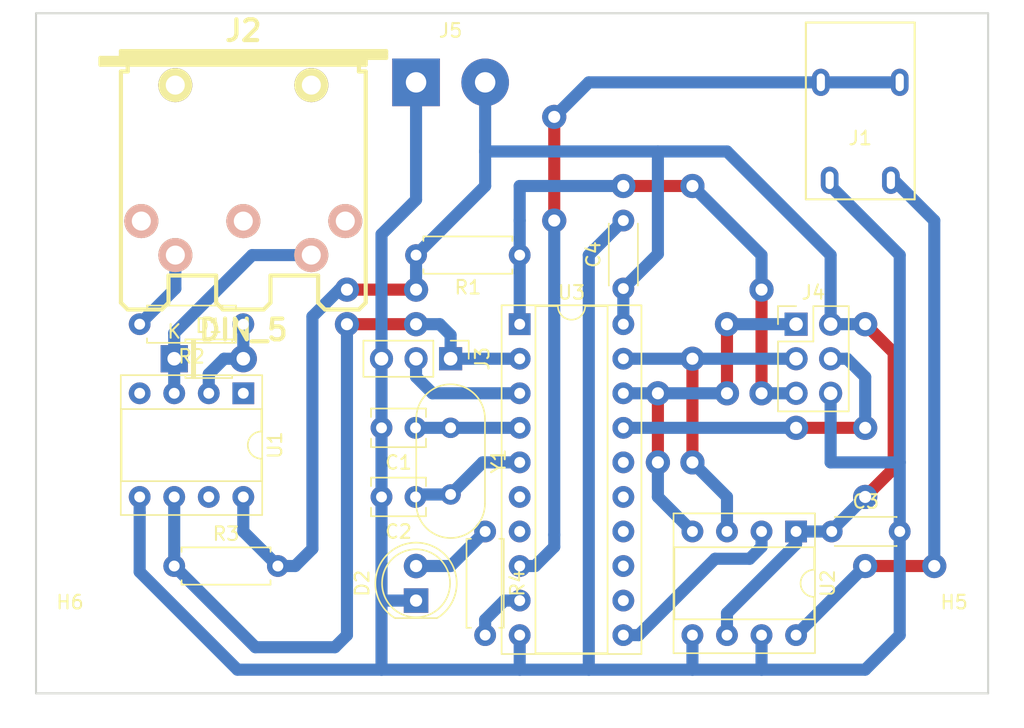
<source format=kicad_pcb>
(kicad_pcb (version 20171130) (host pcbnew 5.0.2+dfsg1-1~bpo9+1)

  (general
    (thickness 1.6)
    (drawings 4)
    (tracks 162)
    (zones 0)
    (modules 23)
    (nets 32)
  )

  (page A4)
  (title_block
    (title "MIDI to CV convertor")
    (date 2019-02-16)
    (rev v03)
    (comment 4 "Author: Jakub Horak")
  )

  (layers
    (0 F.Cu signal)
    (31 B.Cu signal)
    (32 B.Adhes user hide)
    (33 F.Adhes user hide)
    (34 B.Paste user)
    (35 F.Paste user hide)
    (36 B.SilkS user hide)
    (37 F.SilkS user hide)
    (38 B.Mask user hide)
    (39 F.Mask user)
    (40 Dwgs.User user hide)
    (41 Cmts.User user hide)
    (42 Eco1.User user hide)
    (43 Eco2.User user hide)
    (44 Edge.Cuts user)
    (45 Margin user)
    (46 B.CrtYd user)
    (47 F.CrtYd user)
    (48 B.Fab user)
    (49 F.Fab user)
  )

  (setup
    (last_trace_width 0.889)
    (trace_clearance 0.635)
    (zone_clearance 0.29)
    (zone_45_only no)
    (trace_min 0.889)
    (segment_width 0.2)
    (edge_width 0.15)
    (via_size 1.778)
    (via_drill 0.889)
    (via_min_size 1.778)
    (via_min_drill 0.889)
    (uvia_size 0.3)
    (uvia_drill 0.1)
    (uvias_allowed no)
    (uvia_min_size 0.2)
    (uvia_min_drill 0.1)
    (pcb_text_width 0.3)
    (pcb_text_size 1.5 1.5)
    (mod_edge_width 0.15)
    (mod_text_size 1 1)
    (mod_text_width 0.15)
    (pad_size 1.524 1.524)
    (pad_drill 0.762)
    (pad_to_mask_clearance 0.051)
    (solder_mask_min_width 0.25)
    (aux_axis_origin 0 0)
    (visible_elements FFFFFF7F)
    (pcbplotparams
      (layerselection 0x010f0_ffffffff)
      (usegerberextensions true)
      (usegerberattributes false)
      (usegerberadvancedattributes false)
      (creategerberjobfile false)
      (excludeedgelayer true)
      (linewidth 0.100000)
      (plotframeref false)
      (viasonmask false)
      (mode 1)
      (useauxorigin false)
      (hpglpennumber 1)
      (hpglpenspeed 20)
      (hpglpendiameter 15.000000)
      (psnegative false)
      (psa4output false)
      (plotreference true)
      (plotvalue false)
      (plotinvisibletext false)
      (padsonsilk false)
      (subtractmaskfromsilk false)
      (outputformat 1)
      (mirror false)
      (drillshape 0)
      (scaleselection 1)
      (outputdirectory "gerbers/"))
  )

  (net 0 "")
  (net 1 GND)
  (net 2 "Net-(C1-Pad1)")
  (net 3 "Net-(C2-Pad1)")
  (net 4 VCC)
  (net 5 "Net-(D1-Pad1)")
  (net 6 "Net-(D1-Pad2)")
  (net 7 "Net-(D2-Pad2)")
  (net 8 TRIG)
  (net 9 DACOUT)
  (net 10 RX)
  (net 11 TX)
  (net 12 DO)
  (net 13 SCK)
  (net 14 MOSI)
  (net 15 RST)
  (net 16 "Net-(U1-Pad1)")
  (net 17 "Net-(U1-Pad7)")
  (net 18 "Net-(U1-Pad4)")
  (net 19 ~CS)
  (net 20 "Net-(J2-Pad3)")
  (net 21 "Net-(J2-Pad4)")
  (net 22 "Net-(J2-Pad2)")
  (net 23 "Net-(J2-Pad1)")
  (net 24 "Net-(R4-Pad2)")
  (net 25 "Net-(U3-Pad13)")
  (net 26 "Net-(U3-Pad14)")
  (net 27 "Net-(U3-Pad15)")
  (net 28 "Net-(U3-Pad6)")
  (net 29 "Net-(U3-Pad16)")
  (net 30 "Net-(U3-Pad7)")
  (net 31 "Net-(U3-Pad12)")

  (net_class Default "This is the default net class."
    (clearance 0.635)
    (trace_width 0.889)
    (via_dia 1.778)
    (via_drill 0.889)
    (uvia_dia 0.3)
    (uvia_drill 0.1)
    (diff_pair_gap 0.762)
    (diff_pair_width 0.889)
    (add_net DACOUT)
    (add_net DO)
    (add_net GND)
    (add_net MOSI)
    (add_net "Net-(C1-Pad1)")
    (add_net "Net-(C2-Pad1)")
    (add_net "Net-(D1-Pad1)")
    (add_net "Net-(D1-Pad2)")
    (add_net "Net-(D2-Pad2)")
    (add_net "Net-(J2-Pad1)")
    (add_net "Net-(J2-Pad2)")
    (add_net "Net-(J2-Pad3)")
    (add_net "Net-(J2-Pad4)")
    (add_net "Net-(R4-Pad2)")
    (add_net "Net-(U1-Pad1)")
    (add_net "Net-(U1-Pad4)")
    (add_net "Net-(U1-Pad7)")
    (add_net "Net-(U3-Pad12)")
    (add_net "Net-(U3-Pad13)")
    (add_net "Net-(U3-Pad14)")
    (add_net "Net-(U3-Pad15)")
    (add_net "Net-(U3-Pad16)")
    (add_net "Net-(U3-Pad6)")
    (add_net "Net-(U3-Pad7)")
    (add_net RST)
    (add_net RX)
    (add_net SCK)
    (add_net TRIG)
    (add_net TX)
    (add_net VCC)
    (add_net ~CS)
  )

  (module Capacitor_THT:C_Disc_D3.8mm_W2.6mm_P2.50mm (layer F.Cu) (tedit 5AE50EF0) (tstamp 5CC11322)
    (at 27.9 30.48 180)
    (descr "C, Disc series, Radial, pin pitch=2.50mm, , diameter*width=3.8*2.6mm^2, Capacitor, http://www.vishay.com/docs/45233/krseries.pdf")
    (tags "C Disc series Radial pin pitch 2.50mm  diameter 3.8mm width 2.6mm Capacitor")
    (path /5C58C301)
    (fp_text reference C1 (at 1.25 -2.55 180) (layer F.SilkS)
      (effects (font (size 1 1) (thickness 0.15)))
    )
    (fp_text value 22p (at 1.25 2.55 180) (layer F.Fab)
      (effects (font (size 1 1) (thickness 0.15)))
    )
    (fp_line (start -0.65 -1.3) (end -0.65 1.3) (layer F.Fab) (width 0.1))
    (fp_line (start -0.65 1.3) (end 3.15 1.3) (layer F.Fab) (width 0.1))
    (fp_line (start 3.15 1.3) (end 3.15 -1.3) (layer F.Fab) (width 0.1))
    (fp_line (start 3.15 -1.3) (end -0.65 -1.3) (layer F.Fab) (width 0.1))
    (fp_line (start -0.77 -1.42) (end 3.27 -1.42) (layer F.SilkS) (width 0.12))
    (fp_line (start -0.77 1.42) (end 3.27 1.42) (layer F.SilkS) (width 0.12))
    (fp_line (start -0.77 -1.42) (end -0.77 -0.795) (layer F.SilkS) (width 0.12))
    (fp_line (start -0.77 0.795) (end -0.77 1.42) (layer F.SilkS) (width 0.12))
    (fp_line (start 3.27 -1.42) (end 3.27 -0.795) (layer F.SilkS) (width 0.12))
    (fp_line (start 3.27 0.795) (end 3.27 1.42) (layer F.SilkS) (width 0.12))
    (fp_line (start -1.05 -1.55) (end -1.05 1.55) (layer F.CrtYd) (width 0.05))
    (fp_line (start -1.05 1.55) (end 3.55 1.55) (layer F.CrtYd) (width 0.05))
    (fp_line (start 3.55 1.55) (end 3.55 -1.55) (layer F.CrtYd) (width 0.05))
    (fp_line (start 3.55 -1.55) (end -1.05 -1.55) (layer F.CrtYd) (width 0.05))
    (fp_text user %R (at 1.25 0 180) (layer F.Fab)
      (effects (font (size 0.76 0.76) (thickness 0.114)))
    )
    (pad 1 thru_hole circle (at 0 0 180) (size 1.6 1.6) (drill 0.8) (layers *.Cu *.Mask)
      (net 2 "Net-(C1-Pad1)"))
    (pad 2 thru_hole circle (at 2.5 0 180) (size 1.6 1.6) (drill 0.8) (layers *.Cu *.Mask)
      (net 1 GND))
    (model ${KISYS3DMOD}/Capacitor_THT.3dshapes/C_Disc_D3.8mm_W2.6mm_P2.50mm.wrl
      (at (xyz 0 0 0))
      (scale (xyz 1 1 1))
      (rotate (xyz 0 0 0))
    )
  )

  (module Capacitor_THT:C_Disc_D3.8mm_W2.6mm_P2.50mm (layer F.Cu) (tedit 5AE50EF0) (tstamp 5CC1151C)
    (at 27.9 35.56 180)
    (descr "C, Disc series, Radial, pin pitch=2.50mm, , diameter*width=3.8*2.6mm^2, Capacitor, http://www.vishay.com/docs/45233/krseries.pdf")
    (tags "C Disc series Radial pin pitch 2.50mm  diameter 3.8mm width 2.6mm Capacitor")
    (path /5C58C3A6)
    (fp_text reference C2 (at 1.25 -2.55 180) (layer F.SilkS)
      (effects (font (size 1 1) (thickness 0.15)))
    )
    (fp_text value 22p (at 1.25 2.55 180) (layer F.Fab)
      (effects (font (size 1 1) (thickness 0.15)))
    )
    (fp_text user %R (at 1.25 0 180) (layer F.Fab)
      (effects (font (size 0.76 0.76) (thickness 0.114)))
    )
    (fp_line (start 3.55 -1.55) (end -1.05 -1.55) (layer F.CrtYd) (width 0.05))
    (fp_line (start 3.55 1.55) (end 3.55 -1.55) (layer F.CrtYd) (width 0.05))
    (fp_line (start -1.05 1.55) (end 3.55 1.55) (layer F.CrtYd) (width 0.05))
    (fp_line (start -1.05 -1.55) (end -1.05 1.55) (layer F.CrtYd) (width 0.05))
    (fp_line (start 3.27 0.795) (end 3.27 1.42) (layer F.SilkS) (width 0.12))
    (fp_line (start 3.27 -1.42) (end 3.27 -0.795) (layer F.SilkS) (width 0.12))
    (fp_line (start -0.77 0.795) (end -0.77 1.42) (layer F.SilkS) (width 0.12))
    (fp_line (start -0.77 -1.42) (end -0.77 -0.795) (layer F.SilkS) (width 0.12))
    (fp_line (start -0.77 1.42) (end 3.27 1.42) (layer F.SilkS) (width 0.12))
    (fp_line (start -0.77 -1.42) (end 3.27 -1.42) (layer F.SilkS) (width 0.12))
    (fp_line (start 3.15 -1.3) (end -0.65 -1.3) (layer F.Fab) (width 0.1))
    (fp_line (start 3.15 1.3) (end 3.15 -1.3) (layer F.Fab) (width 0.1))
    (fp_line (start -0.65 1.3) (end 3.15 1.3) (layer F.Fab) (width 0.1))
    (fp_line (start -0.65 -1.3) (end -0.65 1.3) (layer F.Fab) (width 0.1))
    (pad 2 thru_hole circle (at 2.5 0 180) (size 1.6 1.6) (drill 0.8) (layers *.Cu *.Mask)
      (net 1 GND))
    (pad 1 thru_hole circle (at 0 0 180) (size 1.6 1.6) (drill 0.8) (layers *.Cu *.Mask)
      (net 3 "Net-(C2-Pad1)"))
    (model ${KISYS3DMOD}/Capacitor_THT.3dshapes/C_Disc_D3.8mm_W2.6mm_P2.50mm.wrl
      (at (xyz 0 0 0))
      (scale (xyz 1 1 1))
      (rotate (xyz 0 0 0))
    )
  )

  (module LED_THT:LED_D5.0mm (layer F.Cu) (tedit 5995936A) (tstamp 5C912F83)
    (at 27.94 43.18 90)
    (descr "LED, diameter 5.0mm, 2 pins, http://cdn-reichelt.de/documents/datenblatt/A500/LL-504BC2E-009.pdf")
    (tags "LED diameter 5.0mm 2 pins")
    (path /5C58C907)
    (fp_text reference D2 (at 1.27 -3.96 90) (layer F.SilkS)
      (effects (font (size 1 1) (thickness 0.15)))
    )
    (fp_text value LED (at 1.27 3.96 90) (layer F.Fab)
      (effects (font (size 1 1) (thickness 0.15)))
    )
    (fp_arc (start 1.27 0) (end -1.23 -1.469694) (angle 299.1) (layer F.Fab) (width 0.1))
    (fp_arc (start 1.27 0) (end -1.29 -1.54483) (angle 148.9) (layer F.SilkS) (width 0.12))
    (fp_arc (start 1.27 0) (end -1.29 1.54483) (angle -148.9) (layer F.SilkS) (width 0.12))
    (fp_circle (center 1.27 0) (end 3.77 0) (layer F.Fab) (width 0.1))
    (fp_circle (center 1.27 0) (end 3.77 0) (layer F.SilkS) (width 0.12))
    (fp_line (start -1.23 -1.469694) (end -1.23 1.469694) (layer F.Fab) (width 0.1))
    (fp_line (start -1.29 -1.545) (end -1.29 1.545) (layer F.SilkS) (width 0.12))
    (fp_line (start -1.95 -3.25) (end -1.95 3.25) (layer F.CrtYd) (width 0.05))
    (fp_line (start -1.95 3.25) (end 4.5 3.25) (layer F.CrtYd) (width 0.05))
    (fp_line (start 4.5 3.25) (end 4.5 -3.25) (layer F.CrtYd) (width 0.05))
    (fp_line (start 4.5 -3.25) (end -1.95 -3.25) (layer F.CrtYd) (width 0.05))
    (fp_text user %R (at 1.25 0 90) (layer F.Fab)
      (effects (font (size 0.8 0.8) (thickness 0.2)))
    )
    (pad 1 thru_hole rect (at 0 0 90) (size 1.8 1.8) (drill 0.9) (layers *.Cu *.Mask)
      (net 1 GND))
    (pad 2 thru_hole circle (at 2.54 0 90) (size 1.8 1.8) (drill 0.9) (layers *.Cu *.Mask)
      (net 7 "Net-(D2-Pad2)"))
    (model ${KISYS3DMOD}/LED_THT.3dshapes/LED_D5.0mm.wrl
      (at (xyz 0 0 0))
      (scale (xyz 1 1 1))
      (rotate (xyz 0 0 0))
    )
  )

  (module MountingHole:MountingHole_3.2mm_M3 (layer F.Cu) (tedit 56D1B4CB) (tstamp 5C912F8B)
    (at 2.5 2.5)
    (descr "Mounting Hole 3.2mm, no annular, M3")
    (tags "mounting hole 3.2mm no annular m3")
    (path /5C90C039)
    (attr virtual)
    (fp_text reference H3 (at 0 -4.2) (layer F.SilkS)
      (effects (font (size 1 1) (thickness 0.15)))
    )
    (fp_text value MountingHole (at 0 4.2) (layer F.Fab)
      (effects (font (size 1 1) (thickness 0.15)))
    )
    (fp_text user %R (at 0.3 0) (layer F.Fab)
      (effects (font (size 1 1) (thickness 0.15)))
    )
    (fp_circle (center 0 0) (end 3.2 0) (layer Cmts.User) (width 0.15))
    (fp_circle (center 0 0) (end 3.45 0) (layer F.CrtYd) (width 0.05))
    (pad 1 np_thru_hole circle (at 0 0) (size 3.2 3.2) (drill 3.2) (layers *.Cu *.Mask))
  )

  (module MountingHole:MountingHole_3.2mm_M3 (layer F.Cu) (tedit 56D1B4CB) (tstamp 5C912F93)
    (at 67.5 2.5)
    (descr "Mounting Hole 3.2mm, no annular, M3")
    (tags "mounting hole 3.2mm no annular m3")
    (path /5C90C100)
    (attr virtual)
    (fp_text reference H4 (at 0 -4.2) (layer F.SilkS)
      (effects (font (size 1 1) (thickness 0.15)))
    )
    (fp_text value MountingHole (at 0 4.2) (layer F.Fab)
      (effects (font (size 1 1) (thickness 0.15)))
    )
    (fp_circle (center 0 0) (end 3.45 0) (layer F.CrtYd) (width 0.05))
    (fp_circle (center 0 0) (end 3.2 0) (layer Cmts.User) (width 0.15))
    (fp_text user %R (at 0.3 0) (layer F.Fab)
      (effects (font (size 1 1) (thickness 0.15)))
    )
    (pad 1 np_thru_hole circle (at 0 0) (size 3.2 3.2) (drill 3.2) (layers *.Cu *.Mask))
  )

  (module MountingHole:MountingHole_3.2mm_M3 (layer F.Cu) (tedit 56D1B4CB) (tstamp 5C912F9B)
    (at 67.5 47.5)
    (descr "Mounting Hole 3.2mm, no annular, M3")
    (tags "mounting hole 3.2mm no annular m3")
    (path /5C90C1B2)
    (attr virtual)
    (fp_text reference H5 (at 0 -4.2) (layer F.SilkS)
      (effects (font (size 1 1) (thickness 0.15)))
    )
    (fp_text value MountingHole (at 0 4.2) (layer F.Fab)
      (effects (font (size 1 1) (thickness 0.15)))
    )
    (fp_text user %R (at 0.3 0) (layer F.Fab)
      (effects (font (size 1 1) (thickness 0.15)))
    )
    (fp_circle (center 0 0) (end 3.2 0) (layer Cmts.User) (width 0.15))
    (fp_circle (center 0 0) (end 3.45 0) (layer F.CrtYd) (width 0.05))
    (pad 1 np_thru_hole circle (at 0 0) (size 3.2 3.2) (drill 3.2) (layers *.Cu *.Mask))
  )

  (module MountingHole:MountingHole_3.2mm_M3 (layer F.Cu) (tedit 56D1B4CB) (tstamp 5C912FA3)
    (at 2.5 47.5)
    (descr "Mounting Hole 3.2mm, no annular, M3")
    (tags "mounting hole 3.2mm no annular m3")
    (path /5C90C245)
    (attr virtual)
    (fp_text reference H6 (at 0 -4.2) (layer F.SilkS)
      (effects (font (size 1 1) (thickness 0.15)))
    )
    (fp_text value MountingHole (at 0 4.2) (layer F.Fab)
      (effects (font (size 1 1) (thickness 0.15)))
    )
    (fp_circle (center 0 0) (end 3.45 0) (layer F.CrtYd) (width 0.05))
    (fp_circle (center 0 0) (end 3.2 0) (layer Cmts.User) (width 0.15))
    (fp_text user %R (at 0.3 0) (layer F.Fab)
      (effects (font (size 1 1) (thickness 0.15)))
    )
    (pad 1 np_thru_hole circle (at 0 0) (size 3.2 3.2) (drill 3.2) (layers *.Cu *.Mask))
  )

  (module midi-to-cv:PJ-321 (layer F.Cu) (tedit 5C5D7BD2) (tstamp 5C912FAF)
    (at 60.6 8.68)
    (path /5C58B15A)
    (fp_text reference J1 (at 0 0.5) (layer F.SilkS)
      (effects (font (size 1 1) (thickness 0.15)))
    )
    (fp_text value audio-jack (at 0 6) (layer F.Fab)
      (effects (font (size 1 1) (thickness 0.15)))
    )
    (fp_line (start -4 5) (end 4 5) (layer F.SilkS) (width 0.15))
    (fp_line (start -4 -8) (end 4 -8) (layer F.SilkS) (width 0.15))
    (fp_line (start -4 -8) (end -4 5) (layer F.SilkS) (width 0.15))
    (fp_line (start 4 -8) (end 4 5) (layer F.SilkS) (width 0.15))
    (pad 1 thru_hole oval (at -2.25 3.6) (size 1.3 2) (drill oval 0.6 1.3) (layers *.Cu *.Mask)
      (net 1 GND))
    (pad 2 thru_hole oval (at -2.9 -3.6) (size 1.3 2) (drill oval 0.6 1.3) (layers *.Cu *.Mask)
      (net 8 TRIG))
    (pad 3 thru_hole oval (at 2.25 3.6) (size 1.3 2) (drill oval 0.6 1.3) (layers *.Cu *.Mask)
      (net 9 DACOUT))
    (pad 2 thru_hole oval (at 2.9 -3.6) (size 1.3 2) (drill oval 0.6 1.3) (layers *.Cu *.Mask)
      (net 8 TRIG))
  )

  (module w_conn_av:din-5 (layer F.Cu) (tedit 51C20EF5) (tstamp 5C912FDB)
    (at 15.24 12.2809 180)
    (descr "Din 5 (MIDI), Pro Signal P/N PSG03463")
    (path /5C58E17D)
    (fp_text reference J2 (at 0 11.00074 180) (layer F.SilkS)
      (effects (font (size 1.524 1.524) (thickness 0.3048)))
    )
    (fp_text value DIN_5 (at 0 -11.00074 180) (layer F.SilkS)
      (effects (font (size 1.524 1.524) (thickness 0.3048)))
    )
    (fp_line (start -8.99922 8.7503) (end 10.50036 8.7503) (layer F.SilkS) (width 0.3048))
    (fp_line (start 8.99922 8.99922) (end -8.99922 8.99922) (layer F.SilkS) (width 0.3048))
    (fp_line (start -10.50036 9.25068) (end 8.99922 9.25068) (layer F.SilkS) (width 0.3048))
    (fp_line (start -8.99922 -8.99922) (end -8.99922 8.001) (layer F.SilkS) (width 0.3048))
    (fp_line (start -8.99922 -8.99922) (end -8.49884 -9.4996) (layer F.SilkS) (width 0.3048))
    (fp_line (start -8.49884 -9.4996) (end -5.99948 -9.4996) (layer F.SilkS) (width 0.3048))
    (fp_line (start -5.99948 -9.4996) (end -5.4991 -8.99922) (layer F.SilkS) (width 0.3048))
    (fp_line (start -5.4991 -8.99922) (end -5.4991 -7.00024) (layer F.SilkS) (width 0.3048))
    (fp_line (start -5.4991 -7.00024) (end -1.99898 -7.00024) (layer F.SilkS) (width 0.3048))
    (fp_line (start 8.99922 -8.99922) (end 8.99922 8.001) (layer F.SilkS) (width 0.3048))
    (fp_line (start 8.99922 -8.99922) (end 8.49884 -9.4996) (layer F.SilkS) (width 0.3048))
    (fp_line (start 8.49884 -9.4996) (end 6.49986 -9.4996) (layer F.SilkS) (width 0.3048))
    (fp_line (start 6.49986 -9.4996) (end 5.99948 -9.4996) (layer F.SilkS) (width 0.3048))
    (fp_line (start 5.99948 -9.4996) (end 5.4991 -8.99922) (layer F.SilkS) (width 0.3048))
    (fp_line (start 5.4991 -8.99922) (end 5.4991 -7.00024) (layer F.SilkS) (width 0.3048))
    (fp_line (start 5.4991 -7.00024) (end 1.99898 -7.00024) (layer F.SilkS) (width 0.3048))
    (fp_line (start -1.50114 -9.4996) (end -1.99898 -8.99922) (layer F.SilkS) (width 0.3048))
    (fp_line (start -1.99898 -8.99922) (end -1.99898 -7.00024) (layer F.SilkS) (width 0.3048))
    (fp_line (start -1.50114 -9.4996) (end 1.50114 -9.4996) (layer F.SilkS) (width 0.3048))
    (fp_line (start 1.50114 -9.4996) (end 1.99898 -8.99922) (layer F.SilkS) (width 0.3048))
    (fp_line (start 1.99898 -8.99922) (end 1.99898 -7.00024) (layer F.SilkS) (width 0.3048))
    (fp_line (start 10.50036 8.99922) (end 8.99922 8.99922) (layer F.SilkS) (width 0.3048))
    (fp_line (start 8.99922 8.99922) (end 8.99922 9.4996) (layer F.SilkS) (width 0.3048))
    (fp_line (start 8.99922 9.4996) (end -10.50036 9.4996) (layer F.SilkS) (width 0.3048))
    (fp_line (start -10.50036 8.99922) (end -8.99922 8.99922) (layer F.SilkS) (width 0.3048))
    (fp_line (start -8.99922 8.99922) (end -8.99922 8.49884) (layer F.SilkS) (width 0.3048))
    (fp_line (start -8.99922 8.49884) (end 10.50036 8.49884) (layer F.SilkS) (width 0.3048))
    (fp_line (start 8.99922 8.001) (end 8.49884 8.001) (layer F.SilkS) (width 0.3048))
    (fp_line (start -8.99922 8.001) (end -8.49884 8.001) (layer F.SilkS) (width 0.3048))
    (fp_line (start 8.49884 8.49884) (end 8.49884 8.001) (layer F.SilkS) (width 0.3048))
    (fp_line (start -8.49884 8.001) (end -8.49884 8.49884) (layer F.SilkS) (width 0.3048))
    (fp_line (start -10.50036 9.4996) (end -10.50036 8.99922) (layer F.SilkS) (width 0.3048))
    (fp_line (start 10.50036 8.49884) (end 10.50036 8.99922) (layer F.SilkS) (width 0.3048))
    (pad 3 thru_hole circle (at -7.49808 -2.9972 180) (size 2.49936 2.49936) (drill 1.397) (layers *.Cu *.SilkS *.Mask)
      (net 20 "Net-(J2-Pad3)"))
    (pad 4 thru_hole circle (at 4.99618 -5.4991 180) (size 2.49936 2.49936) (drill 1.397) (layers *.Cu *.SilkS *.Mask)
      (net 21 "Net-(J2-Pad4)"))
    (pad 2 thru_hole circle (at 0 -2.99974 180) (size 2.49936 2.49936) (drill 1.397) (layers *.Cu *.SilkS *.Mask)
      (net 22 "Net-(J2-Pad2)"))
    (pad 1 thru_hole circle (at 7.49808 -2.9972 180) (size 2.49936 2.49936) (drill 1.397) (layers *.Cu *.SilkS *.Mask)
      (net 23 "Net-(J2-Pad1)"))
    (pad 5 thru_hole circle (at -4.99618 -5.4991 180) (size 2.49936 2.49936) (drill 1.397) (layers *.Cu *.SilkS *.Mask)
      (net 5 "Net-(D1-Pad1)"))
    (pad "" np_thru_hole circle (at 5.00126 6.9977 180) (size 2.49936 2.49936) (drill 1.397) (layers *.Cu *.Mask F.SilkS))
    (pad "" np_thru_hole circle (at -5.00126 6.9977 180) (size 2.49936 2.49936) (drill 1.397) (layers *.Cu *.Mask F.SilkS))
    (model walter/conn_av/din-5.wrl
      (at (xyz 0 0 0))
      (scale (xyz 1 1 1))
      (rotate (xyz 0 0 0))
    )
  )

  (module Connector_PinHeader_2.54mm:PinHeader_1x03_P2.54mm_Vertical (layer F.Cu) (tedit 59FED5CC) (tstamp 5C912FF2)
    (at 30.48 25.4 270)
    (descr "Through hole straight pin header, 1x03, 2.54mm pitch, single row")
    (tags "Through hole pin header THT 1x03 2.54mm single row")
    (path /5C6B4F11)
    (fp_text reference J3 (at 0 -2.33 270) (layer F.SilkS)
      (effects (font (size 1 1) (thickness 0.15)))
    )
    (fp_text value SERIAL (at 0 7.41 270) (layer F.Fab)
      (effects (font (size 1 1) (thickness 0.15)))
    )
    (fp_line (start -0.635 -1.27) (end 1.27 -1.27) (layer F.Fab) (width 0.1))
    (fp_line (start 1.27 -1.27) (end 1.27 6.35) (layer F.Fab) (width 0.1))
    (fp_line (start 1.27 6.35) (end -1.27 6.35) (layer F.Fab) (width 0.1))
    (fp_line (start -1.27 6.35) (end -1.27 -0.635) (layer F.Fab) (width 0.1))
    (fp_line (start -1.27 -0.635) (end -0.635 -1.27) (layer F.Fab) (width 0.1))
    (fp_line (start -1.33 6.41) (end 1.33 6.41) (layer F.SilkS) (width 0.12))
    (fp_line (start -1.33 1.27) (end -1.33 6.41) (layer F.SilkS) (width 0.12))
    (fp_line (start 1.33 1.27) (end 1.33 6.41) (layer F.SilkS) (width 0.12))
    (fp_line (start -1.33 1.27) (end 1.33 1.27) (layer F.SilkS) (width 0.12))
    (fp_line (start -1.33 0) (end -1.33 -1.33) (layer F.SilkS) (width 0.12))
    (fp_line (start -1.33 -1.33) (end 0 -1.33) (layer F.SilkS) (width 0.12))
    (fp_line (start -1.8 -1.8) (end -1.8 6.85) (layer F.CrtYd) (width 0.05))
    (fp_line (start -1.8 6.85) (end 1.8 6.85) (layer F.CrtYd) (width 0.05))
    (fp_line (start 1.8 6.85) (end 1.8 -1.8) (layer F.CrtYd) (width 0.05))
    (fp_line (start 1.8 -1.8) (end -1.8 -1.8) (layer F.CrtYd) (width 0.05))
    (fp_text user %R (at 0 2.54) (layer F.Fab)
      (effects (font (size 1 1) (thickness 0.15)))
    )
    (pad 1 thru_hole rect (at 0 0 270) (size 1.7 1.7) (drill 1) (layers *.Cu *.Mask)
      (net 10 RX))
    (pad 2 thru_hole oval (at 0 2.54 270) (size 1.7 1.7) (drill 1) (layers *.Cu *.Mask)
      (net 11 TX))
    (pad 3 thru_hole oval (at 0 5.08 270) (size 1.7 1.7) (drill 1) (layers *.Cu *.Mask)
      (net 1 GND))
    (model ${KISYS3DMOD}/Connector_PinHeader_2.54mm.3dshapes/PinHeader_1x03_P2.54mm_Vertical.wrl
      (at (xyz 0 0 0))
      (scale (xyz 1 1 1))
      (rotate (xyz 0 0 0))
    )
  )

  (module Connector_PinHeader_2.54mm:PinHeader_2x03_P2.54mm_Vertical (layer F.Cu) (tedit 59FED5CC) (tstamp 5C91300E)
    (at 55.88 22.86)
    (descr "Through hole straight pin header, 2x03, 2.54mm pitch, double rows")
    (tags "Through hole pin header THT 2x03 2.54mm double row")
    (path /5C5927F8)
    (fp_text reference J4 (at 1.27 -2.33) (layer F.SilkS)
      (effects (font (size 1 1) (thickness 0.15)))
    )
    (fp_text value ICSP (at 1.27 7.41) (layer F.Fab)
      (effects (font (size 1 1) (thickness 0.15)))
    )
    (fp_line (start 0 -1.27) (end 3.81 -1.27) (layer F.Fab) (width 0.1))
    (fp_line (start 3.81 -1.27) (end 3.81 6.35) (layer F.Fab) (width 0.1))
    (fp_line (start 3.81 6.35) (end -1.27 6.35) (layer F.Fab) (width 0.1))
    (fp_line (start -1.27 6.35) (end -1.27 0) (layer F.Fab) (width 0.1))
    (fp_line (start -1.27 0) (end 0 -1.27) (layer F.Fab) (width 0.1))
    (fp_line (start -1.33 6.41) (end 3.87 6.41) (layer F.SilkS) (width 0.12))
    (fp_line (start -1.33 1.27) (end -1.33 6.41) (layer F.SilkS) (width 0.12))
    (fp_line (start 3.87 -1.33) (end 3.87 6.41) (layer F.SilkS) (width 0.12))
    (fp_line (start -1.33 1.27) (end 1.27 1.27) (layer F.SilkS) (width 0.12))
    (fp_line (start 1.27 1.27) (end 1.27 -1.33) (layer F.SilkS) (width 0.12))
    (fp_line (start 1.27 -1.33) (end 3.87 -1.33) (layer F.SilkS) (width 0.12))
    (fp_line (start -1.33 0) (end -1.33 -1.33) (layer F.SilkS) (width 0.12))
    (fp_line (start -1.33 -1.33) (end 0 -1.33) (layer F.SilkS) (width 0.12))
    (fp_line (start -1.8 -1.8) (end -1.8 6.85) (layer F.CrtYd) (width 0.05))
    (fp_line (start -1.8 6.85) (end 4.35 6.85) (layer F.CrtYd) (width 0.05))
    (fp_line (start 4.35 6.85) (end 4.35 -1.8) (layer F.CrtYd) (width 0.05))
    (fp_line (start 4.35 -1.8) (end -1.8 -1.8) (layer F.CrtYd) (width 0.05))
    (fp_text user %R (at 1.27 2.54 90) (layer F.Fab)
      (effects (font (size 1 1) (thickness 0.15)))
    )
    (pad 1 thru_hole rect (at 0 0) (size 1.7 1.7) (drill 1) (layers *.Cu *.Mask)
      (net 12 DO))
    (pad 2 thru_hole oval (at 2.54 0) (size 1.7 1.7) (drill 1) (layers *.Cu *.Mask)
      (net 4 VCC))
    (pad 3 thru_hole oval (at 0 2.54) (size 1.7 1.7) (drill 1) (layers *.Cu *.Mask)
      (net 13 SCK))
    (pad 4 thru_hole oval (at 2.54 2.54) (size 1.7 1.7) (drill 1) (layers *.Cu *.Mask)
      (net 14 MOSI))
    (pad 5 thru_hole oval (at 0 5.08) (size 1.7 1.7) (drill 1) (layers *.Cu *.Mask)
      (net 15 RST))
    (pad 6 thru_hole oval (at 2.54 5.08) (size 1.7 1.7) (drill 1) (layers *.Cu *.Mask)
      (net 1 GND))
    (model ${KISYS3DMOD}/Connector_PinHeader_2.54mm.3dshapes/PinHeader_2x03_P2.54mm_Vertical.wrl
      (at (xyz 0 0 0))
      (scale (xyz 1 1 1))
      (rotate (xyz 0 0 0))
    )
  )

  (module Package_DIP:DIP-8_W7.62mm_Socket (layer F.Cu) (tedit 5A02E8C5) (tstamp 5C913099)
    (at 15.24 27.94 270)
    (descr "8-lead though-hole mounted DIP package, row spacing 7.62 mm (300 mils), Socket")
    (tags "THT DIP DIL PDIP 2.54mm 7.62mm 300mil Socket")
    (path /5C58A8F0)
    (fp_text reference U1 (at 3.81 -2.33 270) (layer F.SilkS)
      (effects (font (size 1 1) (thickness 0.15)))
    )
    (fp_text value 6N137 (at 3.81 9.95 270) (layer F.Fab)
      (effects (font (size 1 1) (thickness 0.15)))
    )
    (fp_arc (start 3.81 -1.33) (end 2.81 -1.33) (angle -180) (layer F.SilkS) (width 0.12))
    (fp_line (start 1.635 -1.27) (end 6.985 -1.27) (layer F.Fab) (width 0.1))
    (fp_line (start 6.985 -1.27) (end 6.985 8.89) (layer F.Fab) (width 0.1))
    (fp_line (start 6.985 8.89) (end 0.635 8.89) (layer F.Fab) (width 0.1))
    (fp_line (start 0.635 8.89) (end 0.635 -0.27) (layer F.Fab) (width 0.1))
    (fp_line (start 0.635 -0.27) (end 1.635 -1.27) (layer F.Fab) (width 0.1))
    (fp_line (start -1.27 -1.33) (end -1.27 8.95) (layer F.Fab) (width 0.1))
    (fp_line (start -1.27 8.95) (end 8.89 8.95) (layer F.Fab) (width 0.1))
    (fp_line (start 8.89 8.95) (end 8.89 -1.33) (layer F.Fab) (width 0.1))
    (fp_line (start 8.89 -1.33) (end -1.27 -1.33) (layer F.Fab) (width 0.1))
    (fp_line (start 2.81 -1.33) (end 1.16 -1.33) (layer F.SilkS) (width 0.12))
    (fp_line (start 1.16 -1.33) (end 1.16 8.95) (layer F.SilkS) (width 0.12))
    (fp_line (start 1.16 8.95) (end 6.46 8.95) (layer F.SilkS) (width 0.12))
    (fp_line (start 6.46 8.95) (end 6.46 -1.33) (layer F.SilkS) (width 0.12))
    (fp_line (start 6.46 -1.33) (end 4.81 -1.33) (layer F.SilkS) (width 0.12))
    (fp_line (start -1.33 -1.39) (end -1.33 9.01) (layer F.SilkS) (width 0.12))
    (fp_line (start -1.33 9.01) (end 8.95 9.01) (layer F.SilkS) (width 0.12))
    (fp_line (start 8.95 9.01) (end 8.95 -1.39) (layer F.SilkS) (width 0.12))
    (fp_line (start 8.95 -1.39) (end -1.33 -1.39) (layer F.SilkS) (width 0.12))
    (fp_line (start -1.55 -1.6) (end -1.55 9.2) (layer F.CrtYd) (width 0.05))
    (fp_line (start -1.55 9.2) (end 9.15 9.2) (layer F.CrtYd) (width 0.05))
    (fp_line (start 9.15 9.2) (end 9.15 -1.6) (layer F.CrtYd) (width 0.05))
    (fp_line (start 9.15 -1.6) (end -1.55 -1.6) (layer F.CrtYd) (width 0.05))
    (fp_text user %R (at 3.81 3.81 270) (layer F.Fab)
      (effects (font (size 1 1) (thickness 0.15)))
    )
    (pad 1 thru_hole rect (at 0 0 270) (size 1.6 1.6) (drill 0.8) (layers *.Cu *.Mask)
      (net 16 "Net-(U1-Pad1)"))
    (pad 5 thru_hole oval (at 7.62 7.62 270) (size 1.6 1.6) (drill 0.8) (layers *.Cu *.Mask)
      (net 1 GND))
    (pad 2 thru_hole oval (at 0 2.54 270) (size 1.6 1.6) (drill 0.8) (layers *.Cu *.Mask)
      (net 6 "Net-(D1-Pad2)"))
    (pad 6 thru_hole oval (at 7.62 5.08 270) (size 1.6 1.6) (drill 0.8) (layers *.Cu *.Mask)
      (net 10 RX))
    (pad 3 thru_hole oval (at 0 5.08 270) (size 1.6 1.6) (drill 0.8) (layers *.Cu *.Mask)
      (net 5 "Net-(D1-Pad1)"))
    (pad 7 thru_hole oval (at 7.62 2.54 270) (size 1.6 1.6) (drill 0.8) (layers *.Cu *.Mask)
      (net 17 "Net-(U1-Pad7)"))
    (pad 4 thru_hole oval (at 0 7.62 270) (size 1.6 1.6) (drill 0.8) (layers *.Cu *.Mask)
      (net 18 "Net-(U1-Pad4)"))
    (pad 8 thru_hole oval (at 7.62 0 270) (size 1.6 1.6) (drill 0.8) (layers *.Cu *.Mask)
      (net 4 VCC))
    (model ${KISYS3DMOD}/Package_DIP.3dshapes/DIP-8_W7.62mm_Socket.wrl
      (at (xyz 0 0 0))
      (scale (xyz 1 1 1))
      (rotate (xyz 0 0 0))
    )
  )

  (module Package_DIP:DIP-8_W7.62mm_Socket (layer F.Cu) (tedit 5A02E8C5) (tstamp 5C9130BD)
    (at 55.88 38.1 270)
    (descr "8-lead though-hole mounted DIP package, row spacing 7.62 mm (300 mils), Socket")
    (tags "THT DIP DIL PDIP 2.54mm 7.62mm 300mil Socket")
    (path /5C58E93D)
    (fp_text reference U2 (at 3.81 -2.33 270) (layer F.SilkS)
      (effects (font (size 1 1) (thickness 0.15)))
    )
    (fp_text value MCP4921-E/P (at 3.81 9.95 270) (layer F.Fab)
      (effects (font (size 1 1) (thickness 0.15)))
    )
    (fp_text user %R (at 3.81 3.81 270) (layer F.Fab)
      (effects (font (size 1 1) (thickness 0.15)))
    )
    (fp_line (start 9.15 -1.6) (end -1.55 -1.6) (layer F.CrtYd) (width 0.05))
    (fp_line (start 9.15 9.2) (end 9.15 -1.6) (layer F.CrtYd) (width 0.05))
    (fp_line (start -1.55 9.2) (end 9.15 9.2) (layer F.CrtYd) (width 0.05))
    (fp_line (start -1.55 -1.6) (end -1.55 9.2) (layer F.CrtYd) (width 0.05))
    (fp_line (start 8.95 -1.39) (end -1.33 -1.39) (layer F.SilkS) (width 0.12))
    (fp_line (start 8.95 9.01) (end 8.95 -1.39) (layer F.SilkS) (width 0.12))
    (fp_line (start -1.33 9.01) (end 8.95 9.01) (layer F.SilkS) (width 0.12))
    (fp_line (start -1.33 -1.39) (end -1.33 9.01) (layer F.SilkS) (width 0.12))
    (fp_line (start 6.46 -1.33) (end 4.81 -1.33) (layer F.SilkS) (width 0.12))
    (fp_line (start 6.46 8.95) (end 6.46 -1.33) (layer F.SilkS) (width 0.12))
    (fp_line (start 1.16 8.95) (end 6.46 8.95) (layer F.SilkS) (width 0.12))
    (fp_line (start 1.16 -1.33) (end 1.16 8.95) (layer F.SilkS) (width 0.12))
    (fp_line (start 2.81 -1.33) (end 1.16 -1.33) (layer F.SilkS) (width 0.12))
    (fp_line (start 8.89 -1.33) (end -1.27 -1.33) (layer F.Fab) (width 0.1))
    (fp_line (start 8.89 8.95) (end 8.89 -1.33) (layer F.Fab) (width 0.1))
    (fp_line (start -1.27 8.95) (end 8.89 8.95) (layer F.Fab) (width 0.1))
    (fp_line (start -1.27 -1.33) (end -1.27 8.95) (layer F.Fab) (width 0.1))
    (fp_line (start 0.635 -0.27) (end 1.635 -1.27) (layer F.Fab) (width 0.1))
    (fp_line (start 0.635 8.89) (end 0.635 -0.27) (layer F.Fab) (width 0.1))
    (fp_line (start 6.985 8.89) (end 0.635 8.89) (layer F.Fab) (width 0.1))
    (fp_line (start 6.985 -1.27) (end 6.985 8.89) (layer F.Fab) (width 0.1))
    (fp_line (start 1.635 -1.27) (end 6.985 -1.27) (layer F.Fab) (width 0.1))
    (fp_arc (start 3.81 -1.33) (end 2.81 -1.33) (angle -180) (layer F.SilkS) (width 0.12))
    (pad 8 thru_hole oval (at 7.62 0 270) (size 1.6 1.6) (drill 0.8) (layers *.Cu *.Mask)
      (net 9 DACOUT))
    (pad 4 thru_hole oval (at 0 7.62 270) (size 1.6 1.6) (drill 0.8) (layers *.Cu *.Mask)
      (net 12 DO))
    (pad 7 thru_hole oval (at 7.62 2.54 270) (size 1.6 1.6) (drill 0.8) (layers *.Cu *.Mask)
      (net 1 GND))
    (pad 3 thru_hole oval (at 0 5.08 270) (size 1.6 1.6) (drill 0.8) (layers *.Cu *.Mask)
      (net 13 SCK))
    (pad 6 thru_hole oval (at 7.62 5.08 270) (size 1.6 1.6) (drill 0.8) (layers *.Cu *.Mask)
      (net 4 VCC))
    (pad 2 thru_hole oval (at 0 2.54 270) (size 1.6 1.6) (drill 0.8) (layers *.Cu *.Mask)
      (net 19 ~CS))
    (pad 5 thru_hole oval (at 7.62 7.62 270) (size 1.6 1.6) (drill 0.8) (layers *.Cu *.Mask)
      (net 1 GND))
    (pad 1 thru_hole rect (at 0 0 270) (size 1.6 1.6) (drill 0.8) (layers *.Cu *.Mask)
      (net 4 VCC))
    (model ${KISYS3DMOD}/Package_DIP.3dshapes/DIP-8_W7.62mm_Socket.wrl
      (at (xyz 0 0 0))
      (scale (xyz 1 1 1))
      (rotate (xyz 0 0 0))
    )
  )

  (module Package_DIP:DIP-20_W7.62mm_Socket (layer F.Cu) (tedit 5A02E8C5) (tstamp 5C9130ED)
    (at 35.56 22.86)
    (descr "20-lead though-hole mounted DIP package, row spacing 7.62 mm (300 mils), Socket")
    (tags "THT DIP DIL PDIP 2.54mm 7.62mm 300mil Socket")
    (path /5C58A701)
    (fp_text reference U3 (at 3.81 -2.33) (layer F.SilkS)
      (effects (font (size 1 1) (thickness 0.15)))
    )
    (fp_text value ATTINY2313-P (at 3.81 25.19) (layer F.Fab)
      (effects (font (size 1 1) (thickness 0.15)))
    )
    (fp_arc (start 3.81 -1.33) (end 2.81 -1.33) (angle -180) (layer F.SilkS) (width 0.12))
    (fp_line (start 1.635 -1.27) (end 6.985 -1.27) (layer F.Fab) (width 0.1))
    (fp_line (start 6.985 -1.27) (end 6.985 24.13) (layer F.Fab) (width 0.1))
    (fp_line (start 6.985 24.13) (end 0.635 24.13) (layer F.Fab) (width 0.1))
    (fp_line (start 0.635 24.13) (end 0.635 -0.27) (layer F.Fab) (width 0.1))
    (fp_line (start 0.635 -0.27) (end 1.635 -1.27) (layer F.Fab) (width 0.1))
    (fp_line (start -1.27 -1.33) (end -1.27 24.19) (layer F.Fab) (width 0.1))
    (fp_line (start -1.27 24.19) (end 8.89 24.19) (layer F.Fab) (width 0.1))
    (fp_line (start 8.89 24.19) (end 8.89 -1.33) (layer F.Fab) (width 0.1))
    (fp_line (start 8.89 -1.33) (end -1.27 -1.33) (layer F.Fab) (width 0.1))
    (fp_line (start 2.81 -1.33) (end 1.16 -1.33) (layer F.SilkS) (width 0.12))
    (fp_line (start 1.16 -1.33) (end 1.16 24.19) (layer F.SilkS) (width 0.12))
    (fp_line (start 1.16 24.19) (end 6.46 24.19) (layer F.SilkS) (width 0.12))
    (fp_line (start 6.46 24.19) (end 6.46 -1.33) (layer F.SilkS) (width 0.12))
    (fp_line (start 6.46 -1.33) (end 4.81 -1.33) (layer F.SilkS) (width 0.12))
    (fp_line (start -1.33 -1.39) (end -1.33 24.25) (layer F.SilkS) (width 0.12))
    (fp_line (start -1.33 24.25) (end 8.95 24.25) (layer F.SilkS) (width 0.12))
    (fp_line (start 8.95 24.25) (end 8.95 -1.39) (layer F.SilkS) (width 0.12))
    (fp_line (start 8.95 -1.39) (end -1.33 -1.39) (layer F.SilkS) (width 0.12))
    (fp_line (start -1.55 -1.6) (end -1.55 24.45) (layer F.CrtYd) (width 0.05))
    (fp_line (start -1.55 24.45) (end 9.15 24.45) (layer F.CrtYd) (width 0.05))
    (fp_line (start 9.15 24.45) (end 9.15 -1.6) (layer F.CrtYd) (width 0.05))
    (fp_line (start 9.15 -1.6) (end -1.55 -1.6) (layer F.CrtYd) (width 0.05))
    (fp_text user %R (at 3.81 11.43) (layer F.Fab)
      (effects (font (size 1 1) (thickness 0.15)))
    )
    (pad 1 thru_hole rect (at 0 0) (size 1.6 1.6) (drill 0.8) (layers *.Cu *.Mask)
      (net 15 RST))
    (pad 11 thru_hole oval (at 7.62 22.86) (size 1.6 1.6) (drill 0.8) (layers *.Cu *.Mask)
      (net 19 ~CS))
    (pad 2 thru_hole oval (at 0 2.54) (size 1.6 1.6) (drill 0.8) (layers *.Cu *.Mask)
      (net 10 RX))
    (pad 12 thru_hole oval (at 7.62 20.32) (size 1.6 1.6) (drill 0.8) (layers *.Cu *.Mask)
      (net 31 "Net-(U3-Pad12)"))
    (pad 3 thru_hole oval (at 0 5.08) (size 1.6 1.6) (drill 0.8) (layers *.Cu *.Mask)
      (net 11 TX))
    (pad 13 thru_hole oval (at 7.62 17.78) (size 1.6 1.6) (drill 0.8) (layers *.Cu *.Mask)
      (net 25 "Net-(U3-Pad13)"))
    (pad 4 thru_hole oval (at 0 7.62) (size 1.6 1.6) (drill 0.8) (layers *.Cu *.Mask)
      (net 2 "Net-(C1-Pad1)"))
    (pad 14 thru_hole oval (at 7.62 15.24) (size 1.6 1.6) (drill 0.8) (layers *.Cu *.Mask)
      (net 26 "Net-(U3-Pad14)"))
    (pad 5 thru_hole oval (at 0 10.16) (size 1.6 1.6) (drill 0.8) (layers *.Cu *.Mask)
      (net 3 "Net-(C2-Pad1)"))
    (pad 15 thru_hole oval (at 7.62 12.7) (size 1.6 1.6) (drill 0.8) (layers *.Cu *.Mask)
      (net 27 "Net-(U3-Pad15)"))
    (pad 6 thru_hole oval (at 0 12.7) (size 1.6 1.6) (drill 0.8) (layers *.Cu *.Mask)
      (net 28 "Net-(U3-Pad6)"))
    (pad 16 thru_hole oval (at 7.62 10.16) (size 1.6 1.6) (drill 0.8) (layers *.Cu *.Mask)
      (net 29 "Net-(U3-Pad16)"))
    (pad 7 thru_hole oval (at 0 15.24) (size 1.6 1.6) (drill 0.8) (layers *.Cu *.Mask)
      (net 30 "Net-(U3-Pad7)"))
    (pad 17 thru_hole oval (at 7.62 7.62) (size 1.6 1.6) (drill 0.8) (layers *.Cu *.Mask)
      (net 14 MOSI))
    (pad 8 thru_hole oval (at 0 17.78) (size 1.6 1.6) (drill 0.8) (layers *.Cu *.Mask)
      (net 8 TRIG))
    (pad 18 thru_hole oval (at 7.62 5.08) (size 1.6 1.6) (drill 0.8) (layers *.Cu *.Mask)
      (net 12 DO))
    (pad 9 thru_hole oval (at 0 20.32) (size 1.6 1.6) (drill 0.8) (layers *.Cu *.Mask)
      (net 24 "Net-(R4-Pad2)"))
    (pad 19 thru_hole oval (at 7.62 2.54) (size 1.6 1.6) (drill 0.8) (layers *.Cu *.Mask)
      (net 13 SCK))
    (pad 10 thru_hole oval (at 0 22.86) (size 1.6 1.6) (drill 0.8) (layers *.Cu *.Mask)
      (net 1 GND))
    (pad 20 thru_hole oval (at 7.62 0) (size 1.6 1.6) (drill 0.8) (layers *.Cu *.Mask)
      (net 4 VCC))
    (model ${KISYS3DMOD}/Package_DIP.3dshapes/DIP-20_W7.62mm_Socket.wrl
      (at (xyz 0 0 0))
      (scale (xyz 1 1 1))
      (rotate (xyz 0 0 0))
    )
  )

  (module Crystal:Crystal_HC18-U_Vertical (layer F.Cu) (tedit 5A1AD3B7) (tstamp 5C913104)
    (at 30.48 30.48 270)
    (descr "Crystal THT HC-18/U, http://5hertz.com/pdfs/04404_D.pdf")
    (tags "THT crystalHC-18/U")
    (path /5C58BA1B)
    (fp_text reference Y1 (at 2.45 -3.525 270) (layer F.SilkS)
      (effects (font (size 1 1) (thickness 0.15)))
    )
    (fp_text value 16MHz (at 2.45 3.525 270) (layer F.Fab)
      (effects (font (size 1 1) (thickness 0.15)))
    )
    (fp_text user %R (at 2.45 0 270) (layer F.Fab)
      (effects (font (size 1 1) (thickness 0.15)))
    )
    (fp_line (start -0.675 -2.325) (end 5.575 -2.325) (layer F.Fab) (width 0.1))
    (fp_line (start -0.675 2.325) (end 5.575 2.325) (layer F.Fab) (width 0.1))
    (fp_line (start -0.55 -2) (end 5.45 -2) (layer F.Fab) (width 0.1))
    (fp_line (start -0.55 2) (end 5.45 2) (layer F.Fab) (width 0.1))
    (fp_line (start -0.675 -2.525) (end 5.575 -2.525) (layer F.SilkS) (width 0.12))
    (fp_line (start -0.675 2.525) (end 5.575 2.525) (layer F.SilkS) (width 0.12))
    (fp_line (start -3.5 -2.8) (end -3.5 2.8) (layer F.CrtYd) (width 0.05))
    (fp_line (start -3.5 2.8) (end 8.4 2.8) (layer F.CrtYd) (width 0.05))
    (fp_line (start 8.4 2.8) (end 8.4 -2.8) (layer F.CrtYd) (width 0.05))
    (fp_line (start 8.4 -2.8) (end -3.5 -2.8) (layer F.CrtYd) (width 0.05))
    (fp_arc (start -0.675 0) (end -0.675 -2.325) (angle -180) (layer F.Fab) (width 0.1))
    (fp_arc (start 5.575 0) (end 5.575 -2.325) (angle 180) (layer F.Fab) (width 0.1))
    (fp_arc (start -0.55 0) (end -0.55 -2) (angle -180) (layer F.Fab) (width 0.1))
    (fp_arc (start 5.45 0) (end 5.45 -2) (angle 180) (layer F.Fab) (width 0.1))
    (fp_arc (start -0.675 0) (end -0.675 -2.525) (angle -180) (layer F.SilkS) (width 0.12))
    (fp_arc (start 5.575 0) (end 5.575 -2.525) (angle 180) (layer F.SilkS) (width 0.12))
    (pad 1 thru_hole circle (at 0 0 270) (size 1.5 1.5) (drill 0.8) (layers *.Cu *.Mask)
      (net 2 "Net-(C1-Pad1)"))
    (pad 2 thru_hole circle (at 4.9 0 270) (size 1.5 1.5) (drill 0.8) (layers *.Cu *.Mask)
      (net 3 "Net-(C2-Pad1)"))
    (model ${KISYS3DMOD}/Crystal.3dshapes/Crystal_HC18-U_Vertical.wrl
      (at (xyz 0 0 0))
      (scale (xyz 1 1 1))
      (rotate (xyz 0 0 0))
    )
  )

  (module Diode_THT:D_T-1_P5.08mm_Horizontal (layer F.Cu) (tedit 5AE50CD5) (tstamp 5CB54BD6)
    (at 10.16 25.4)
    (descr "Diode, T-1 series, Axial, Horizontal, pin pitch=5.08mm, , length*diameter=3.2*2.6mm^2, , http://www.diodes.com/_files/packages/T-1.pdf")
    (tags "Diode T-1 series Axial Horizontal pin pitch 5.08mm  length 3.2mm diameter 2.6mm")
    (path /5C5911A4)
    (fp_text reference D1 (at 2.54 -2.42) (layer F.SilkS)
      (effects (font (size 1 1) (thickness 0.15)))
    )
    (fp_text value DIODE (at 2.54 2.42) (layer F.Fab)
      (effects (font (size 1 1) (thickness 0.15)))
    )
    (fp_line (start 0.94 -1.3) (end 0.94 1.3) (layer F.Fab) (width 0.1))
    (fp_line (start 0.94 1.3) (end 4.14 1.3) (layer F.Fab) (width 0.1))
    (fp_line (start 4.14 1.3) (end 4.14 -1.3) (layer F.Fab) (width 0.1))
    (fp_line (start 4.14 -1.3) (end 0.94 -1.3) (layer F.Fab) (width 0.1))
    (fp_line (start 0 0) (end 0.94 0) (layer F.Fab) (width 0.1))
    (fp_line (start 5.08 0) (end 4.14 0) (layer F.Fab) (width 0.1))
    (fp_line (start 1.42 -1.3) (end 1.42 1.3) (layer F.Fab) (width 0.1))
    (fp_line (start 1.52 -1.3) (end 1.52 1.3) (layer F.Fab) (width 0.1))
    (fp_line (start 1.32 -1.3) (end 1.32 1.3) (layer F.Fab) (width 0.1))
    (fp_line (start 0.82 -1.24) (end 0.82 -1.42) (layer F.SilkS) (width 0.12))
    (fp_line (start 0.82 -1.42) (end 4.26 -1.42) (layer F.SilkS) (width 0.12))
    (fp_line (start 4.26 -1.42) (end 4.26 -1.24) (layer F.SilkS) (width 0.12))
    (fp_line (start 0.82 1.24) (end 0.82 1.42) (layer F.SilkS) (width 0.12))
    (fp_line (start 0.82 1.42) (end 4.26 1.42) (layer F.SilkS) (width 0.12))
    (fp_line (start 4.26 1.42) (end 4.26 1.24) (layer F.SilkS) (width 0.12))
    (fp_line (start 1.42 -1.42) (end 1.42 1.42) (layer F.SilkS) (width 0.12))
    (fp_line (start 1.54 -1.42) (end 1.54 1.42) (layer F.SilkS) (width 0.12))
    (fp_line (start 1.3 -1.42) (end 1.3 1.42) (layer F.SilkS) (width 0.12))
    (fp_line (start -1.25 -1.55) (end -1.25 1.55) (layer F.CrtYd) (width 0.05))
    (fp_line (start -1.25 1.55) (end 6.33 1.55) (layer F.CrtYd) (width 0.05))
    (fp_line (start 6.33 1.55) (end 6.33 -1.55) (layer F.CrtYd) (width 0.05))
    (fp_line (start 6.33 -1.55) (end -1.25 -1.55) (layer F.CrtYd) (width 0.05))
    (fp_text user %R (at 2.78 0) (layer F.Fab)
      (effects (font (size 0.64 0.64) (thickness 0.096)))
    )
    (fp_text user K (at 0 -2) (layer F.Fab)
      (effects (font (size 1 1) (thickness 0.15)))
    )
    (fp_text user K (at 0 -2) (layer F.SilkS)
      (effects (font (size 1 1) (thickness 0.15)))
    )
    (pad 1 thru_hole rect (at 0 0) (size 2 2) (drill 1) (layers *.Cu *.Mask)
      (net 5 "Net-(D1-Pad1)"))
    (pad 2 thru_hole oval (at 5.08 0) (size 2 2) (drill 1) (layers *.Cu *.Mask)
      (net 6 "Net-(D1-Pad2)"))
    (model ${KISYS3DMOD}/Diode_THT.3dshapes/D_T-1_P5.08mm_Horizontal.wrl
      (at (xyz 0 0 0))
      (scale (xyz 1 1 1))
      (rotate (xyz 0 0 0))
    )
  )

  (module Resistor_THT:R_Axial_DIN0207_L6.3mm_D2.5mm_P7.62mm_Horizontal (layer F.Cu) (tedit 5AE5139B) (tstamp 5CB54BF4)
    (at 35.56 17.78 180)
    (descr "Resistor, Axial_DIN0207 series, Axial, Horizontal, pin pitch=7.62mm, 0.25W = 1/4W, length*diameter=6.3*2.5mm^2, http://cdn-reichelt.de/documents/datenblatt/B400/1_4W%23YAG.pdf")
    (tags "Resistor Axial_DIN0207 series Axial Horizontal pin pitch 7.62mm 0.25W = 1/4W length 6.3mm diameter 2.5mm")
    (path /5C58B719)
    (fp_text reference R1 (at 3.81 -2.37 180) (layer F.SilkS)
      (effects (font (size 1 1) (thickness 0.15)))
    )
    (fp_text value 10K (at 3.81 2.37 180) (layer F.Fab)
      (effects (font (size 1 1) (thickness 0.15)))
    )
    (fp_text user %R (at 3.81 0 180) (layer F.Fab)
      (effects (font (size 1 1) (thickness 0.15)))
    )
    (fp_line (start 8.67 -1.5) (end -1.05 -1.5) (layer F.CrtYd) (width 0.05))
    (fp_line (start 8.67 1.5) (end 8.67 -1.5) (layer F.CrtYd) (width 0.05))
    (fp_line (start -1.05 1.5) (end 8.67 1.5) (layer F.CrtYd) (width 0.05))
    (fp_line (start -1.05 -1.5) (end -1.05 1.5) (layer F.CrtYd) (width 0.05))
    (fp_line (start 7.08 1.37) (end 7.08 1.04) (layer F.SilkS) (width 0.12))
    (fp_line (start 0.54 1.37) (end 7.08 1.37) (layer F.SilkS) (width 0.12))
    (fp_line (start 0.54 1.04) (end 0.54 1.37) (layer F.SilkS) (width 0.12))
    (fp_line (start 7.08 -1.37) (end 7.08 -1.04) (layer F.SilkS) (width 0.12))
    (fp_line (start 0.54 -1.37) (end 7.08 -1.37) (layer F.SilkS) (width 0.12))
    (fp_line (start 0.54 -1.04) (end 0.54 -1.37) (layer F.SilkS) (width 0.12))
    (fp_line (start 7.62 0) (end 6.96 0) (layer F.Fab) (width 0.1))
    (fp_line (start 0 0) (end 0.66 0) (layer F.Fab) (width 0.1))
    (fp_line (start 6.96 -1.25) (end 0.66 -1.25) (layer F.Fab) (width 0.1))
    (fp_line (start 6.96 1.25) (end 6.96 -1.25) (layer F.Fab) (width 0.1))
    (fp_line (start 0.66 1.25) (end 6.96 1.25) (layer F.Fab) (width 0.1))
    (fp_line (start 0.66 -1.25) (end 0.66 1.25) (layer F.Fab) (width 0.1))
    (pad 2 thru_hole oval (at 7.62 0 180) (size 1.6 1.6) (drill 0.8) (layers *.Cu *.Mask)
      (net 4 VCC))
    (pad 1 thru_hole circle (at 0 0 180) (size 1.6 1.6) (drill 0.8) (layers *.Cu *.Mask)
      (net 15 RST))
    (model ${KISYS3DMOD}/Resistor_THT.3dshapes/R_Axial_DIN0207_L6.3mm_D2.5mm_P7.62mm_Horizontal.wrl
      (at (xyz 0 0 0))
      (scale (xyz 1 1 1))
      (rotate (xyz 0 0 0))
    )
  )

  (module Resistor_THT:R_Axial_DIN0207_L6.3mm_D2.5mm_P7.62mm_Horizontal (layer F.Cu) (tedit 5AE5139B) (tstamp 5CB54C0A)
    (at 15.24 22.86 180)
    (descr "Resistor, Axial_DIN0207 series, Axial, Horizontal, pin pitch=7.62mm, 0.25W = 1/4W, length*diameter=6.3*2.5mm^2, http://cdn-reichelt.de/documents/datenblatt/B400/1_4W%23YAG.pdf")
    (tags "Resistor Axial_DIN0207 series Axial Horizontal pin pitch 7.62mm 0.25W = 1/4W length 6.3mm diameter 2.5mm")
    (path /5C591117)
    (fp_text reference R2 (at 3.81 -2.37 180) (layer F.SilkS)
      (effects (font (size 1 1) (thickness 0.15)))
    )
    (fp_text value 220 (at 3.81 2.37 180) (layer F.Fab)
      (effects (font (size 1 1) (thickness 0.15)))
    )
    (fp_line (start 0.66 -1.25) (end 0.66 1.25) (layer F.Fab) (width 0.1))
    (fp_line (start 0.66 1.25) (end 6.96 1.25) (layer F.Fab) (width 0.1))
    (fp_line (start 6.96 1.25) (end 6.96 -1.25) (layer F.Fab) (width 0.1))
    (fp_line (start 6.96 -1.25) (end 0.66 -1.25) (layer F.Fab) (width 0.1))
    (fp_line (start 0 0) (end 0.66 0) (layer F.Fab) (width 0.1))
    (fp_line (start 7.62 0) (end 6.96 0) (layer F.Fab) (width 0.1))
    (fp_line (start 0.54 -1.04) (end 0.54 -1.37) (layer F.SilkS) (width 0.12))
    (fp_line (start 0.54 -1.37) (end 7.08 -1.37) (layer F.SilkS) (width 0.12))
    (fp_line (start 7.08 -1.37) (end 7.08 -1.04) (layer F.SilkS) (width 0.12))
    (fp_line (start 0.54 1.04) (end 0.54 1.37) (layer F.SilkS) (width 0.12))
    (fp_line (start 0.54 1.37) (end 7.08 1.37) (layer F.SilkS) (width 0.12))
    (fp_line (start 7.08 1.37) (end 7.08 1.04) (layer F.SilkS) (width 0.12))
    (fp_line (start -1.05 -1.5) (end -1.05 1.5) (layer F.CrtYd) (width 0.05))
    (fp_line (start -1.05 1.5) (end 8.67 1.5) (layer F.CrtYd) (width 0.05))
    (fp_line (start 8.67 1.5) (end 8.67 -1.5) (layer F.CrtYd) (width 0.05))
    (fp_line (start 8.67 -1.5) (end -1.05 -1.5) (layer F.CrtYd) (width 0.05))
    (fp_text user %R (at 3.81 0 180) (layer F.Fab)
      (effects (font (size 1 1) (thickness 0.15)))
    )
    (pad 1 thru_hole circle (at 0 0 180) (size 1.6 1.6) (drill 0.8) (layers *.Cu *.Mask)
      (net 6 "Net-(D1-Pad2)"))
    (pad 2 thru_hole oval (at 7.62 0 180) (size 1.6 1.6) (drill 0.8) (layers *.Cu *.Mask)
      (net 21 "Net-(J2-Pad4)"))
    (model ${KISYS3DMOD}/Resistor_THT.3dshapes/R_Axial_DIN0207_L6.3mm_D2.5mm_P7.62mm_Horizontal.wrl
      (at (xyz 0 0 0))
      (scale (xyz 1 1 1))
      (rotate (xyz 0 0 0))
    )
  )

  (module Resistor_THT:R_Axial_DIN0207_L6.3mm_D2.5mm_P7.62mm_Horizontal (layer F.Cu) (tedit 5AE5139B) (tstamp 5CB54C20)
    (at 10.16 40.64)
    (descr "Resistor, Axial_DIN0207 series, Axial, Horizontal, pin pitch=7.62mm, 0.25W = 1/4W, length*diameter=6.3*2.5mm^2, http://cdn-reichelt.de/documents/datenblatt/B400/1_4W%23YAG.pdf")
    (tags "Resistor Axial_DIN0207 series Axial Horizontal pin pitch 7.62mm 0.25W = 1/4W length 6.3mm diameter 2.5mm")
    (path /5C591632)
    (fp_text reference R3 (at 3.81 -2.37) (layer F.SilkS)
      (effects (font (size 1 1) (thickness 0.15)))
    )
    (fp_text value 10K (at 3.81 2.37) (layer F.Fab)
      (effects (font (size 1 1) (thickness 0.15)))
    )
    (fp_line (start 0.66 -1.25) (end 0.66 1.25) (layer F.Fab) (width 0.1))
    (fp_line (start 0.66 1.25) (end 6.96 1.25) (layer F.Fab) (width 0.1))
    (fp_line (start 6.96 1.25) (end 6.96 -1.25) (layer F.Fab) (width 0.1))
    (fp_line (start 6.96 -1.25) (end 0.66 -1.25) (layer F.Fab) (width 0.1))
    (fp_line (start 0 0) (end 0.66 0) (layer F.Fab) (width 0.1))
    (fp_line (start 7.62 0) (end 6.96 0) (layer F.Fab) (width 0.1))
    (fp_line (start 0.54 -1.04) (end 0.54 -1.37) (layer F.SilkS) (width 0.12))
    (fp_line (start 0.54 -1.37) (end 7.08 -1.37) (layer F.SilkS) (width 0.12))
    (fp_line (start 7.08 -1.37) (end 7.08 -1.04) (layer F.SilkS) (width 0.12))
    (fp_line (start 0.54 1.04) (end 0.54 1.37) (layer F.SilkS) (width 0.12))
    (fp_line (start 0.54 1.37) (end 7.08 1.37) (layer F.SilkS) (width 0.12))
    (fp_line (start 7.08 1.37) (end 7.08 1.04) (layer F.SilkS) (width 0.12))
    (fp_line (start -1.05 -1.5) (end -1.05 1.5) (layer F.CrtYd) (width 0.05))
    (fp_line (start -1.05 1.5) (end 8.67 1.5) (layer F.CrtYd) (width 0.05))
    (fp_line (start 8.67 1.5) (end 8.67 -1.5) (layer F.CrtYd) (width 0.05))
    (fp_line (start 8.67 -1.5) (end -1.05 -1.5) (layer F.CrtYd) (width 0.05))
    (fp_text user %R (at 3.81 0) (layer F.Fab)
      (effects (font (size 1 1) (thickness 0.15)))
    )
    (pad 1 thru_hole circle (at 0 0) (size 1.6 1.6) (drill 0.8) (layers *.Cu *.Mask)
      (net 10 RX))
    (pad 2 thru_hole oval (at 7.62 0) (size 1.6 1.6) (drill 0.8) (layers *.Cu *.Mask)
      (net 4 VCC))
    (model ${KISYS3DMOD}/Resistor_THT.3dshapes/R_Axial_DIN0207_L6.3mm_D2.5mm_P7.62mm_Horizontal.wrl
      (at (xyz 0 0 0))
      (scale (xyz 1 1 1))
      (rotate (xyz 0 0 0))
    )
  )

  (module Resistor_THT:R_Axial_DIN0207_L6.3mm_D2.5mm_P7.62mm_Horizontal (layer F.Cu) (tedit 5AE5139B) (tstamp 5CC1161C)
    (at 33.02 38.1 270)
    (descr "Resistor, Axial_DIN0207 series, Axial, Horizontal, pin pitch=7.62mm, 0.25W = 1/4W, length*diameter=6.3*2.5mm^2, http://cdn-reichelt.de/documents/datenblatt/B400/1_4W%23YAG.pdf")
    (tags "Resistor Axial_DIN0207 series Axial Horizontal pin pitch 7.62mm 0.25W = 1/4W length 6.3mm diameter 2.5mm")
    (path /5C58C8C8)
    (fp_text reference R4 (at 3.81 -2.37 270) (layer F.SilkS)
      (effects (font (size 1 1) (thickness 0.15)))
    )
    (fp_text value 1K (at 3.81 2.37 270) (layer F.Fab)
      (effects (font (size 1 1) (thickness 0.15)))
    )
    (fp_text user %R (at 3.81 0 270) (layer F.Fab)
      (effects (font (size 1 1) (thickness 0.15)))
    )
    (fp_line (start 8.67 -1.5) (end -1.05 -1.5) (layer F.CrtYd) (width 0.05))
    (fp_line (start 8.67 1.5) (end 8.67 -1.5) (layer F.CrtYd) (width 0.05))
    (fp_line (start -1.05 1.5) (end 8.67 1.5) (layer F.CrtYd) (width 0.05))
    (fp_line (start -1.05 -1.5) (end -1.05 1.5) (layer F.CrtYd) (width 0.05))
    (fp_line (start 7.08 1.37) (end 7.08 1.04) (layer F.SilkS) (width 0.12))
    (fp_line (start 0.54 1.37) (end 7.08 1.37) (layer F.SilkS) (width 0.12))
    (fp_line (start 0.54 1.04) (end 0.54 1.37) (layer F.SilkS) (width 0.12))
    (fp_line (start 7.08 -1.37) (end 7.08 -1.04) (layer F.SilkS) (width 0.12))
    (fp_line (start 0.54 -1.37) (end 7.08 -1.37) (layer F.SilkS) (width 0.12))
    (fp_line (start 0.54 -1.04) (end 0.54 -1.37) (layer F.SilkS) (width 0.12))
    (fp_line (start 7.62 0) (end 6.96 0) (layer F.Fab) (width 0.1))
    (fp_line (start 0 0) (end 0.66 0) (layer F.Fab) (width 0.1))
    (fp_line (start 6.96 -1.25) (end 0.66 -1.25) (layer F.Fab) (width 0.1))
    (fp_line (start 6.96 1.25) (end 6.96 -1.25) (layer F.Fab) (width 0.1))
    (fp_line (start 0.66 1.25) (end 6.96 1.25) (layer F.Fab) (width 0.1))
    (fp_line (start 0.66 -1.25) (end 0.66 1.25) (layer F.Fab) (width 0.1))
    (pad 2 thru_hole oval (at 7.62 0 270) (size 1.6 1.6) (drill 0.8) (layers *.Cu *.Mask)
      (net 24 "Net-(R4-Pad2)"))
    (pad 1 thru_hole circle (at 0 0 270) (size 1.6 1.6) (drill 0.8) (layers *.Cu *.Mask)
      (net 7 "Net-(D2-Pad2)"))
    (model ${KISYS3DMOD}/Resistor_THT.3dshapes/R_Axial_DIN0207_L6.3mm_D2.5mm_P7.62mm_Horizontal.wrl
      (at (xyz 0 0 0))
      (scale (xyz 1 1 1))
      (rotate (xyz 0 0 0))
    )
  )

  (module Capacitor_THT:C_Disc_D4.3mm_W1.9mm_P5.00mm (layer F.Cu) (tedit 5AE50EF0) (tstamp 5CC10F90)
    (at 58.5 38.1)
    (descr "C, Disc series, Radial, pin pitch=5.00mm, , diameter*width=4.3*1.9mm^2, Capacitor, http://www.vishay.com/docs/45233/krseries.pdf")
    (tags "C Disc series Radial pin pitch 5.00mm  diameter 4.3mm width 1.9mm Capacitor")
    (path /5C58C6C3)
    (fp_text reference C3 (at 2.5 -2.2) (layer F.SilkS)
      (effects (font (size 1 1) (thickness 0.15)))
    )
    (fp_text value 100n (at 2.5 2.2) (layer F.Fab)
      (effects (font (size 1 1) (thickness 0.15)))
    )
    (fp_line (start 0.35 -0.95) (end 0.35 0.95) (layer F.Fab) (width 0.1))
    (fp_line (start 0.35 0.95) (end 4.65 0.95) (layer F.Fab) (width 0.1))
    (fp_line (start 4.65 0.95) (end 4.65 -0.95) (layer F.Fab) (width 0.1))
    (fp_line (start 4.65 -0.95) (end 0.35 -0.95) (layer F.Fab) (width 0.1))
    (fp_line (start 0.23 -1.07) (end 4.77 -1.07) (layer F.SilkS) (width 0.12))
    (fp_line (start 0.23 1.07) (end 4.77 1.07) (layer F.SilkS) (width 0.12))
    (fp_line (start 0.23 -1.07) (end 0.23 -1.055) (layer F.SilkS) (width 0.12))
    (fp_line (start 0.23 1.055) (end 0.23 1.07) (layer F.SilkS) (width 0.12))
    (fp_line (start 4.77 -1.07) (end 4.77 -1.055) (layer F.SilkS) (width 0.12))
    (fp_line (start 4.77 1.055) (end 4.77 1.07) (layer F.SilkS) (width 0.12))
    (fp_line (start -1.05 -1.2) (end -1.05 1.2) (layer F.CrtYd) (width 0.05))
    (fp_line (start -1.05 1.2) (end 6.05 1.2) (layer F.CrtYd) (width 0.05))
    (fp_line (start 6.05 1.2) (end 6.05 -1.2) (layer F.CrtYd) (width 0.05))
    (fp_line (start 6.05 -1.2) (end -1.05 -1.2) (layer F.CrtYd) (width 0.05))
    (fp_text user %R (at 2.5 0) (layer F.Fab)
      (effects (font (size 0.86 0.86) (thickness 0.129)))
    )
    (pad 1 thru_hole circle (at 0 0) (size 1.6 1.6) (drill 0.8) (layers *.Cu *.Mask)
      (net 4 VCC))
    (pad 2 thru_hole circle (at 5 0) (size 1.6 1.6) (drill 0.8) (layers *.Cu *.Mask)
      (net 1 GND))
    (model ${KISYS3DMOD}/Capacitor_THT.3dshapes/C_Disc_D4.3mm_W1.9mm_P5.00mm.wrl
      (at (xyz 0 0 0))
      (scale (xyz 1 1 1))
      (rotate (xyz 0 0 0))
    )
  )

  (module Capacitor_THT:C_Disc_D4.3mm_W1.9mm_P5.00mm (layer F.Cu) (tedit 5AE50EF0) (tstamp 5CC10FA4)
    (at 43.18 20.24 90)
    (descr "C, Disc series, Radial, pin pitch=5.00mm, , diameter*width=4.3*1.9mm^2, Capacitor, http://www.vishay.com/docs/45233/krseries.pdf")
    (tags "C Disc series Radial pin pitch 5.00mm  diameter 4.3mm width 1.9mm Capacitor")
    (path /5C5905F4)
    (fp_text reference C4 (at 2.5 -2.2 90) (layer F.SilkS)
      (effects (font (size 1 1) (thickness 0.15)))
    )
    (fp_text value 100n (at 2.5 2.2 90) (layer F.Fab)
      (effects (font (size 1 1) (thickness 0.15)))
    )
    (fp_text user %R (at 2.5 0 90) (layer F.Fab)
      (effects (font (size 0.86 0.86) (thickness 0.129)))
    )
    (fp_line (start 6.05 -1.2) (end -1.05 -1.2) (layer F.CrtYd) (width 0.05))
    (fp_line (start 6.05 1.2) (end 6.05 -1.2) (layer F.CrtYd) (width 0.05))
    (fp_line (start -1.05 1.2) (end 6.05 1.2) (layer F.CrtYd) (width 0.05))
    (fp_line (start -1.05 -1.2) (end -1.05 1.2) (layer F.CrtYd) (width 0.05))
    (fp_line (start 4.77 1.055) (end 4.77 1.07) (layer F.SilkS) (width 0.12))
    (fp_line (start 4.77 -1.07) (end 4.77 -1.055) (layer F.SilkS) (width 0.12))
    (fp_line (start 0.23 1.055) (end 0.23 1.07) (layer F.SilkS) (width 0.12))
    (fp_line (start 0.23 -1.07) (end 0.23 -1.055) (layer F.SilkS) (width 0.12))
    (fp_line (start 0.23 1.07) (end 4.77 1.07) (layer F.SilkS) (width 0.12))
    (fp_line (start 0.23 -1.07) (end 4.77 -1.07) (layer F.SilkS) (width 0.12))
    (fp_line (start 4.65 -0.95) (end 0.35 -0.95) (layer F.Fab) (width 0.1))
    (fp_line (start 4.65 0.95) (end 4.65 -0.95) (layer F.Fab) (width 0.1))
    (fp_line (start 0.35 0.95) (end 4.65 0.95) (layer F.Fab) (width 0.1))
    (fp_line (start 0.35 -0.95) (end 0.35 0.95) (layer F.Fab) (width 0.1))
    (pad 2 thru_hole circle (at 5 0 90) (size 1.6 1.6) (drill 0.8) (layers *.Cu *.Mask)
      (net 1 GND))
    (pad 1 thru_hole circle (at 0 0 90) (size 1.6 1.6) (drill 0.8) (layers *.Cu *.Mask)
      (net 4 VCC))
    (model ${KISYS3DMOD}/Capacitor_THT.3dshapes/C_Disc_D4.3mm_W1.9mm_P5.00mm.wrl
      (at (xyz 0 0 0))
      (scale (xyz 1 1 1))
      (rotate (xyz 0 0 0))
    )
  )

  (module Connector_Wire:SolderWirePad_1x02_P5.08mm_Drill1.5mm (layer F.Cu) (tedit 5AEE5F19) (tstamp 5CD8B111)
    (at 27.94 5.08)
    (descr "Wire solder connection")
    (tags connector)
    (path /5C904956)
    (attr virtual)
    (fp_text reference J5 (at 2.54 -3.81) (layer F.SilkS)
      (effects (font (size 1 1) (thickness 0.15)))
    )
    (fp_text value Conn_01x02_Male (at 2.54 3.81) (layer F.Fab)
      (effects (font (size 1 1) (thickness 0.15)))
    )
    (fp_text user %R (at 2.54 0) (layer F.Fab)
      (effects (font (size 1 1) (thickness 0.15)))
    )
    (fp_line (start -2.25 -2.25) (end 7.33 -2.25) (layer F.CrtYd) (width 0.05))
    (fp_line (start -2.25 -2.25) (end -2.25 2.25) (layer F.CrtYd) (width 0.05))
    (fp_line (start 7.33 2.25) (end 7.33 -2.25) (layer F.CrtYd) (width 0.05))
    (fp_line (start 7.33 2.25) (end -2.25 2.25) (layer F.CrtYd) (width 0.05))
    (pad 1 thru_hole rect (at 0 0) (size 3.50012 3.50012) (drill 1.50114) (layers *.Cu *.Mask)
      (net 1 GND))
    (pad 2 thru_hole circle (at 5.08 0) (size 3.50012 3.50012) (drill 1.50114) (layers *.Cu *.Mask)
      (net 4 VCC))
  )

  (gr_line (start 0 0) (end 0 50) (layer Edge.Cuts) (width 0.15))
  (gr_line (start 0 50) (end 70 50) (layer Edge.Cuts) (width 0.15))
  (gr_line (start 70 0) (end 70 50) (layer Edge.Cuts) (width 0.15))
  (gr_line (start 0 0) (end 70 0) (layer Edge.Cuts) (width 0.15))

  (segment (start 25.4 35.56) (end 25.4 30.48) (width 0.889) (layer B.Cu) (net 1))
  (segment (start 25.4 25.4) (end 25.4 30.48) (width 0.889) (layer B.Cu) (net 1))
  (segment (start 27.94 43.18) (end 25.4 43.18) (width 0.889) (layer B.Cu) (net 1))
  (segment (start 25.4 43.18) (end 25.4 35.56) (width 0.889) (layer B.Cu) (net 1))
  (segment (start 25.4 48.26) (end 25.4 43.18) (width 0.889) (layer B.Cu) (net 1))
  (segment (start 7.62 36.69137) (end 7.62 35.56) (width 0.889) (layer B.Cu) (net 1))
  (segment (start 7.62 41.069622) (end 7.62 36.69137) (width 0.889) (layer B.Cu) (net 1))
  (segment (start 14.810378 48.26) (end 7.62 41.069622) (width 0.889) (layer B.Cu) (net 1))
  (segment (start 25.4 48.26) (end 14.810378 48.26) (width 0.889) (layer B.Cu) (net 1))
  (segment (start 35.56 45.72) (end 35.56 48.26) (width 0.889) (layer B.Cu) (net 1))
  (segment (start 35.56 48.26) (end 25.4 48.26) (width 0.889) (layer B.Cu) (net 1))
  (segment (start 48.26 48.26) (end 48.26 45.72) (width 0.889) (layer B.Cu) (net 1))
  (segment (start 48.26 48.26) (end 53.34 48.26) (width 0.889) (layer B.Cu) (net 1))
  (segment (start 53.34 48.26) (end 53.34 45.72) (width 0.889) (layer B.Cu) (net 1))
  (segment (start 63.5 38.1) (end 63.5 45.72) (width 0.889) (layer B.Cu) (net 1))
  (segment (start 60.96 48.26) (end 53.34 48.26) (width 0.889) (layer B.Cu) (net 1))
  (segment (start 63.5 45.72) (end 60.96 48.26) (width 0.889) (layer B.Cu) (net 1))
  (segment (start 58.42 27.94) (end 58.42 33.02) (width 0.889) (layer B.Cu) (net 1))
  (segment (start 58.42 33.02) (end 63.5 33.02) (width 0.889) (layer B.Cu) (net 1))
  (segment (start 63.5 38.1) (end 63.5 33.02) (width 0.889) (layer B.Cu) (net 1))
  (segment (start 58.35 12.63) (end 58.35 12.28) (width 0.889) (layer B.Cu) (net 1))
  (segment (start 63.5 17.78) (end 58.35 12.63) (width 0.889) (layer B.Cu) (net 1))
  (segment (start 63.5 33.02) (end 63.5 17.78) (width 0.889) (layer B.Cu) (net 1))
  (segment (start 40.64 48.26) (end 40.64 17.78) (width 0.889) (layer B.Cu) (net 1))
  (segment (start 40.64 17.78) (end 43.18 15.24) (width 0.889) (layer B.Cu) (net 1))
  (segment (start 35.56 48.26) (end 40.64 48.26) (width 0.889) (layer B.Cu) (net 1))
  (segment (start 40.64 48.26) (end 48.26 48.26) (width 0.889) (layer B.Cu) (net 1))
  (segment (start 27.94 13.711329) (end 27.94 5.08) (width 0.889) (layer B.Cu) (net 1))
  (segment (start 25.4 16.251329) (end 27.94 13.711329) (width 0.889) (layer B.Cu) (net 1))
  (segment (start 25.4 25.4) (end 25.4 16.251329) (width 0.889) (layer B.Cu) (net 1))
  (segment (start 35.56 30.48) (end 30.48 30.48) (width 0.889) (layer B.Cu) (net 2))
  (segment (start 30.48 30.48) (end 27.9 30.48) (width 0.889) (layer B.Cu) (net 2))
  (segment (start 32.84 33.02) (end 30.48 35.38) (width 0.889) (layer B.Cu) (net 3))
  (segment (start 35.56 33.02) (end 32.84 33.02) (width 0.889) (layer B.Cu) (net 3))
  (segment (start 28.08 35.38) (end 27.9 35.56) (width 0.889) (layer B.Cu) (net 3))
  (segment (start 30.48 35.38) (end 28.08 35.38) (width 0.889) (layer B.Cu) (net 3))
  (segment (start 15.24 38.1) (end 17.78 40.64) (width 0.889) (layer B.Cu) (net 4))
  (segment (start 15.24 35.56) (end 15.24 38.1) (width 0.889) (layer B.Cu) (net 4))
  (segment (start 22.86 20.32) (end 27.94 20.32) (width 0.889) (layer F.Cu) (net 4))
  (segment (start 27.94 20.32) (end 27.94 17.78) (width 0.889) (layer B.Cu) (net 4))
  (segment (start 22.298658 20.32) (end 22.86 20.32) (width 0.889) (layer B.Cu) (net 4))
  (segment (start 17.78 40.64) (end 19.05 40.64) (width 0.889) (layer B.Cu) (net 4))
  (segment (start 19.05 40.64) (end 20.32 39.37) (width 0.889) (layer B.Cu) (net 4))
  (segment (start 20.32 39.37) (end 20.32 22.298658) (width 0.889) (layer B.Cu) (net 4))
  (segment (start 20.32 22.298658) (end 22.298658 20.32) (width 0.889) (layer B.Cu) (net 4))
  (segment (start 55.88 39.02625) (end 55.88 38.1) (width 0.889) (layer B.Cu) (net 4))
  (segment (start 50.8 44.10625) (end 55.88 39.02625) (width 0.889) (layer B.Cu) (net 4))
  (segment (start 50.8 45.72) (end 50.8 44.10625) (width 0.889) (layer B.Cu) (net 4))
  (segment (start 55.88 38.1) (end 58.5 38.1) (width 0.889) (layer B.Cu) (net 4))
  (segment (start 58.5 38.02) (end 60.96 35.56) (width 0.889) (layer B.Cu) (net 4))
  (segment (start 58.5 38.1) (end 58.5 38.02) (width 0.889) (layer B.Cu) (net 4))
  (segment (start 63.055501 24.955501) (end 60.96 22.86) (width 0.889) (layer F.Cu) (net 4))
  (segment (start 63.055501 33.464499) (end 63.055501 24.955501) (width 0.889) (layer F.Cu) (net 4))
  (segment (start 60.96 35.56) (end 63.055501 33.464499) (width 0.889) (layer F.Cu) (net 4))
  (segment (start 60.96 22.86) (end 58.42 22.86) (width 0.889) (layer B.Cu) (net 4))
  (segment (start 43.18 22.86) (end 43.18 20.24) (width 0.889) (layer B.Cu) (net 4))
  (segment (start 45.72 17.7) (end 43.18 20.24) (width 0.889) (layer B.Cu) (net 4))
  (segment (start 45.72 10.16) (end 45.72 17.7) (width 0.889) (layer B.Cu) (net 4))
  (segment (start 38.1 10.16) (end 45.72 10.16) (width 0.889) (layer B.Cu) (net 4))
  (segment (start 50.8 10.16) (end 58.42 17.78) (width 0.889) (layer B.Cu) (net 4))
  (segment (start 58.42 17.78) (end 58.42 22.86) (width 0.889) (layer B.Cu) (net 4))
  (segment (start 45.72 10.16) (end 50.8 10.16) (width 0.889) (layer B.Cu) (net 4))
  (segment (start 33.02 5.08) (end 33.02 10.16) (width 0.889) (layer B.Cu) (net 4))
  (segment (start 33.02 10.16) (end 38.1 10.16) (width 0.889) (layer B.Cu) (net 4))
  (segment (start 33.02 10.16) (end 33.02 12.7) (width 0.889) (layer B.Cu) (net 4))
  (segment (start 33.02 12.7) (end 27.94 17.78) (width 0.889) (layer B.Cu) (net 4))
  (via (at 27.94 20.32) (size 1.778) (drill 0.889) (layers F.Cu B.Cu) (net 4))
  (via (at 22.86 20.32) (size 1.778) (drill 0.889) (layers F.Cu B.Cu) (net 4))
  (via (at 60.96 22.86) (size 1.778) (drill 0.889) (layers F.Cu B.Cu) (net 4))
  (via (at 60.96 35.56) (size 1.778) (drill 0.889) (layers F.Cu B.Cu) (net 4))
  (segment (start 10.16 23.511) (end 10.16 25.4) (width 0.889) (layer B.Cu) (net 5))
  (segment (start 15.891 17.78) (end 10.16 23.511) (width 0.889) (layer B.Cu) (net 5))
  (segment (start 20.23618 17.78) (end 15.891 17.78) (width 0.889) (layer B.Cu) (net 5))
  (segment (start 10.16 25.4) (end 10.16 27.94) (width 0.889) (layer B.Cu) (net 5))
  (segment (start 15.24 22.86) (end 15.24 25.4) (width 0.889) (layer B.Cu) (net 6))
  (segment (start 12.7 26.80863) (end 12.7 27.94) (width 0.889) (layer B.Cu) (net 6))
  (segment (start 12.7 26.525787) (end 12.7 26.80863) (width 0.889) (layer B.Cu) (net 6))
  (segment (start 13.825787 25.4) (end 12.7 26.525787) (width 0.889) (layer B.Cu) (net 6))
  (segment (start 15.24 25.4) (end 13.825787 25.4) (width 0.889) (layer B.Cu) (net 6))
  (segment (start 30.48 40.64) (end 33.02 38.1) (width 0.889) (layer B.Cu) (net 7))
  (segment (start 27.94 40.64) (end 30.48 40.64) (width 0.889) (layer B.Cu) (net 7))
  (segment (start 63.5 5.08) (end 57.7 5.08) (width 0.889) (layer B.Cu) (net 8))
  (segment (start 40.64 5.08) (end 57.7 5.08) (width 0.889) (layer B.Cu) (net 8))
  (segment (start 35.56 40.64) (end 36.69137 40.64) (width 0.889) (layer B.Cu) (net 8))
  (segment (start 36.69137 40.64) (end 38.1 39.23137) (width 0.889) (layer B.Cu) (net 8))
  (via (at 38.1 15.24) (size 1.778) (drill 0.889) (layers F.Cu B.Cu) (net 8))
  (segment (start 38.1 38.341662) (end 38.1 15.24) (width 0.889) (layer B.Cu) (net 8))
  (segment (start 38.1 39.23137) (end 38.1 38.341662) (width 0.889) (layer B.Cu) (net 8))
  (via (at 38.1 7.62) (size 1.778) (drill 0.889) (layers F.Cu B.Cu) (net 8))
  (segment (start 38.1 15.24) (end 38.1 7.62) (width 0.889) (layer F.Cu) (net 8))
  (segment (start 38.1 7.62) (end 40.64 5.08) (width 0.889) (layer B.Cu) (net 8))
  (segment (start 60.96 40.64) (end 66.04 40.64) (width 0.889) (layer F.Cu) (net 9))
  (segment (start 55.88 45.72) (end 60.96 40.64) (width 0.889) (layer B.Cu) (net 9))
  (segment (start 63.08 12.28) (end 62.85 12.28) (width 0.889) (layer B.Cu) (net 9))
  (segment (start 66.04 15.24) (end 63.08 12.28) (width 0.889) (layer B.Cu) (net 9))
  (segment (start 66.04 40.64) (end 66.04 15.24) (width 0.889) (layer B.Cu) (net 9))
  (via (at 60.96 40.64) (size 1.778) (drill 0.889) (layers F.Cu B.Cu) (net 9))
  (via (at 66.04 40.64) (size 1.778) (drill 0.889) (layers F.Cu B.Cu) (net 9))
  (segment (start 10.16 35.56) (end 10.16 40.64) (width 0.889) (layer B.Cu) (net 10))
  (segment (start 35.56 25.4) (end 30.48 25.4) (width 0.889) (layer B.Cu) (net 10))
  (segment (start 10.16 40.64) (end 16.12899 46.60899) (width 0.889) (layer B.Cu) (net 10))
  (segment (start 16.12899 46.60899) (end 21.97101 46.60899) (width 0.889) (layer B.Cu) (net 10))
  (segment (start 29.679 22.86) (end 27.94 22.86) (width 0.889) (layer B.Cu) (net 10))
  (segment (start 30.48 23.661) (end 29.679 22.86) (width 0.889) (layer B.Cu) (net 10))
  (segment (start 30.48 25.4) (end 30.48 23.661) (width 0.889) (layer B.Cu) (net 10))
  (segment (start 27.94 22.86) (end 22.86 22.86) (width 0.889) (layer F.Cu) (net 10))
  (segment (start 22.86 45.72) (end 21.97101 46.60899) (width 0.889) (layer B.Cu) (net 10))
  (segment (start 22.86 22.86) (end 22.86 45.72) (width 0.889) (layer B.Cu) (net 10))
  (via (at 22.86 22.86) (size 1.778) (drill 0.889) (layers F.Cu B.Cu) (net 10))
  (via (at 27.94 22.86) (size 1.778) (drill 0.889) (layers F.Cu B.Cu) (net 10))
  (segment (start 27.94 26.731702) (end 27.94 26.602081) (width 0.889) (layer B.Cu) (net 11))
  (segment (start 29.148298 27.94) (end 27.94 26.731702) (width 0.889) (layer B.Cu) (net 11))
  (segment (start 27.94 26.602081) (end 27.94 25.4) (width 0.889) (layer B.Cu) (net 11))
  (segment (start 35.56 27.94) (end 29.148298 27.94) (width 0.889) (layer B.Cu) (net 11))
  (segment (start 43.18 27.94) (end 45.72 27.94) (width 0.889) (layer B.Cu) (net 12))
  (segment (start 45.72 27.94) (end 45.72 33.02) (width 0.889) (layer F.Cu) (net 12))
  (segment (start 45.72 27.94) (end 50.8 27.94) (width 0.889) (layer B.Cu) (net 12))
  (segment (start 50.8 27.94) (end 50.8 22.86) (width 0.889) (layer F.Cu) (net 12))
  (segment (start 50.8 22.86) (end 55.88 22.86) (width 0.889) (layer B.Cu) (net 12))
  (segment (start 45.72 35.56) (end 45.72 33.02) (width 0.889) (layer B.Cu) (net 12))
  (segment (start 48.26 38.1) (end 45.72 35.56) (width 0.889) (layer B.Cu) (net 12))
  (via (at 45.72 33.02) (size 1.778) (drill 0.889) (layers F.Cu B.Cu) (net 12))
  (via (at 45.72 27.94) (size 1.778) (drill 0.889) (layers F.Cu B.Cu) (net 12))
  (via (at 50.8 22.86) (size 1.778) (drill 0.889) (layers F.Cu B.Cu) (net 12))
  (via (at 50.8 27.94) (size 1.778) (drill 0.889) (layers F.Cu B.Cu) (net 12))
  (segment (start 43.18 25.4) (end 48.26 25.4) (width 0.889) (layer B.Cu) (net 13))
  (segment (start 48.26 25.4) (end 48.26 33.02) (width 0.889) (layer F.Cu) (net 13))
  (segment (start 48.26 25.4) (end 55.88 25.4) (width 0.889) (layer B.Cu) (net 13))
  (segment (start 50.8 35.56) (end 48.26 33.02) (width 0.889) (layer B.Cu) (net 13))
  (segment (start 50.8 38.1) (end 50.8 35.56) (width 0.889) (layer B.Cu) (net 13))
  (via (at 48.26 33.02) (size 1.778) (drill 0.889) (layers F.Cu B.Cu) (net 13))
  (via (at 48.26 25.4) (size 1.778) (drill 0.889) (layers F.Cu B.Cu) (net 13))
  (segment (start 43.18 30.48) (end 55.88 30.48) (width 0.889) (layer B.Cu) (net 14))
  (segment (start 55.88 30.48) (end 60.96 30.48) (width 0.889) (layer F.Cu) (net 14))
  (segment (start 59.622081 25.4) (end 58.42 25.4) (width 0.889) (layer B.Cu) (net 14))
  (segment (start 60.96 26.737919) (end 59.622081 25.4) (width 0.889) (layer B.Cu) (net 14))
  (segment (start 60.96 30.48) (end 60.96 26.737919) (width 0.889) (layer B.Cu) (net 14))
  (via (at 55.88 30.48) (size 1.778) (drill 0.889) (layers F.Cu B.Cu) (net 14))
  (via (at 60.96 30.48) (size 1.778) (drill 0.889) (layers F.Cu B.Cu) (net 14))
  (segment (start 35.56 17.78) (end 35.56 22.86) (width 0.889) (layer B.Cu) (net 15))
  (segment (start 55.88 27.94) (end 53.34 27.94) (width 0.889) (layer B.Cu) (net 15))
  (segment (start 53.34 27.94) (end 53.34 20.32) (width 0.889) (layer F.Cu) (net 15))
  (segment (start 43.18 12.7) (end 48.26 12.7) (width 0.889) (layer F.Cu) (net 15))
  (segment (start 53.34 17.78) (end 53.34 20.32) (width 0.889) (layer B.Cu) (net 15))
  (segment (start 48.26 12.7) (end 53.34 17.78) (width 0.889) (layer B.Cu) (net 15))
  (via (at 53.34 20.32) (size 1.778) (drill 0.889) (layers F.Cu B.Cu) (net 15))
  (via (at 53.34 27.94) (size 1.778) (drill 0.889) (layers F.Cu B.Cu) (net 15))
  (via (at 43.18 12.7) (size 1.778) (drill 0.889) (layers F.Cu B.Cu) (net 15))
  (via (at 48.26 12.7) (size 1.778) (drill 0.889) (layers F.Cu B.Cu) (net 15))
  (segment (start 35.56 15.24) (end 35.56 17.78) (width 0.889) (layer B.Cu) (net 15))
  (segment (start 43.18 12.7) (end 35.56 12.7) (width 0.889) (layer B.Cu) (net 15))
  (segment (start 35.56 12.7) (end 35.56 15.24) (width 0.889) (layer B.Cu) (net 15))
  (segment (start 53.34 39.23137) (end 53.34 38.1) (width 0.889) (layer B.Cu) (net 19))
  (segment (start 52.464869 40.106501) (end 53.34 39.23137) (width 0.889) (layer B.Cu) (net 19))
  (segment (start 44.31137 45.72) (end 49.924869 40.106501) (width 0.889) (layer B.Cu) (net 19))
  (segment (start 49.924869 40.106501) (end 52.464869 40.106501) (width 0.889) (layer B.Cu) (net 19))
  (segment (start 43.18 45.72) (end 44.31137 45.72) (width 0.889) (layer B.Cu) (net 19))
  (segment (start 10.24382 20.23618) (end 7.62 22.86) (width 0.889) (layer B.Cu) (net 21))
  (segment (start 10.24382 17.78) (end 10.24382 20.23618) (width 0.889) (layer B.Cu) (net 21))
  (segment (start 34.42863 43.18) (end 35.56 43.18) (width 0.889) (layer B.Cu) (net 24))
  (segment (start 33.02 44.58863) (end 34.42863 43.18) (width 0.889) (layer B.Cu) (net 24))
  (segment (start 33.02 45.72) (end 33.02 44.58863) (width 0.889) (layer B.Cu) (net 24))

)

</source>
